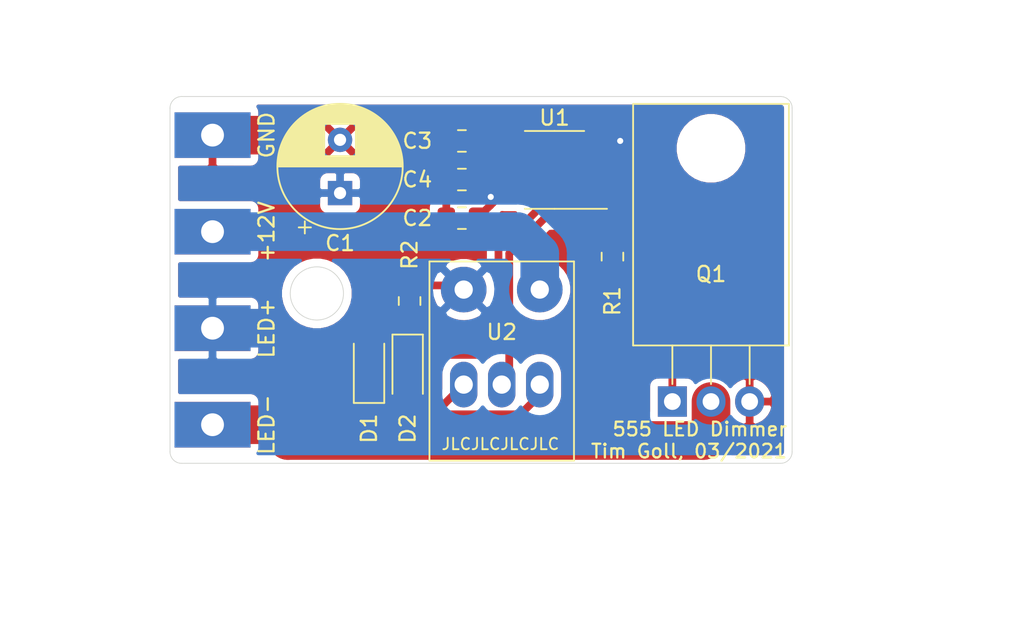
<source format=kicad_pcb>
(kicad_pcb (version 20171130) (host pcbnew "(5.1.6)-1")

  (general
    (thickness 1.6)
    (drawings 11)
    (tracks 84)
    (zones 0)
    (modules 15)
    (nets 12)
  )

  (page A4)
  (layers
    (0 F.Cu signal)
    (31 B.Cu signal)
    (32 B.Adhes user)
    (33 F.Adhes user)
    (34 B.Paste user)
    (35 F.Paste user)
    (36 B.SilkS user)
    (37 F.SilkS user)
    (38 B.Mask user)
    (39 F.Mask user)
    (40 Dwgs.User user)
    (41 Cmts.User user)
    (42 Eco1.User user)
    (43 Eco2.User user)
    (44 Edge.Cuts user)
    (45 Margin user)
    (46 B.CrtYd user)
    (47 F.CrtYd user)
    (48 B.Fab user)
    (49 F.Fab user)
  )

  (setup
    (last_trace_width 0.25)
    (user_trace_width 0.254)
    (user_trace_width 0.381)
    (user_trace_width 0.508)
    (user_trace_width 0.635)
    (user_trace_width 1.27)
    (user_trace_width 2.54)
    (trace_clearance 0.2)
    (zone_clearance 0.508)
    (zone_45_only no)
    (trace_min 0.127)
    (via_size 0.8)
    (via_drill 0.4)
    (via_min_size 0.3048)
    (via_min_drill 0.3)
    (user_via 0.6 0.3)
    (user_via 0.8 0.4)
    (uvia_size 0.3)
    (uvia_drill 0.1)
    (uvias_allowed no)
    (uvia_min_size 0.2)
    (uvia_min_drill 0.1)
    (edge_width 0.05)
    (segment_width 0.2)
    (pcb_text_width 0.3)
    (pcb_text_size 1.5 1.5)
    (mod_edge_width 0.12)
    (mod_text_size 1 1)
    (mod_text_width 0.15)
    (pad_size 1.524 1.524)
    (pad_drill 0.762)
    (pad_to_mask_clearance 0.05)
    (aux_axis_origin 0 0)
    (visible_elements 7FFFFFFF)
    (pcbplotparams
      (layerselection 0x010f0_ffffffff)
      (usegerberextensions false)
      (usegerberattributes true)
      (usegerberadvancedattributes true)
      (creategerberjobfile true)
      (excludeedgelayer true)
      (linewidth 0.100000)
      (plotframeref false)
      (viasonmask false)
      (mode 1)
      (useauxorigin false)
      (hpglpennumber 1)
      (hpglpenspeed 20)
      (hpglpendiameter 15.000000)
      (psnegative false)
      (psa4output false)
      (plotreference true)
      (plotvalue true)
      (plotinvisibletext false)
      (padsonsilk false)
      (subtractmaskfromsilk false)
      (outputformat 1)
      (mirror false)
      (drillshape 0)
      (scaleselection 1)
      (outputdirectory "gerber/"))
  )

  (net 0 "")
  (net 1 12V_int)
  (net 2 GND)
  (net 3 "Net-(C3-Pad1)")
  (net 4 "Net-(C4-Pad1)")
  (net 5 "Net-(D1-Pad2)")
  (net 6 "Net-(D1-Pad1)")
  (net 7 "Net-(D2-Pad2)")
  (net 8 "Net-(J4-Pad1)")
  (net 9 "Net-(Q1-Pad1)")
  (net 10 "Net-(R1-Pad2)")
  (net 11 +12V)

  (net_class Default "This is the default net class."
    (clearance 0.2)
    (trace_width 0.25)
    (via_dia 0.8)
    (via_drill 0.4)
    (uvia_dia 0.3)
    (uvia_drill 0.1)
    (add_net +12V)
    (add_net 12V_int)
    (add_net GND)
    (add_net "Net-(C3-Pad1)")
    (add_net "Net-(C4-Pad1)")
    (add_net "Net-(D1-Pad1)")
    (add_net "Net-(D1-Pad2)")
    (add_net "Net-(D2-Pad2)")
    (add_net "Net-(J4-Pad1)")
    (add_net "Net-(Q1-Pad1)")
    (add_net "Net-(R1-Pad2)")
  )

  (module Package_SO:SOIC-8_3.9x4.9mm_P1.27mm (layer F.Cu) (tedit 5D9F72B1) (tstamp 6049D0DC)
    (at 73.279 148.336 180)
    (descr "SOIC, 8 Pin (JEDEC MS-012AA, https://www.analog.com/media/en/package-pcb-resources/package/pkg_pdf/soic_narrow-r/r_8.pdf), generated with kicad-footprint-generator ipc_gullwing_generator.py")
    (tags "SOIC SO")
    (path /604B5EE2)
    (attr smd)
    (fp_text reference U1 (at 0 3.429) (layer F.SilkS)
      (effects (font (size 1 1) (thickness 0.15)))
    )
    (fp_text value NE555D (at 0 3.4) (layer F.Fab)
      (effects (font (size 1 1) (thickness 0.15)))
    )
    (fp_line (start 3.7 -2.7) (end -3.7 -2.7) (layer F.CrtYd) (width 0.05))
    (fp_line (start 3.7 2.7) (end 3.7 -2.7) (layer F.CrtYd) (width 0.05))
    (fp_line (start -3.7 2.7) (end 3.7 2.7) (layer F.CrtYd) (width 0.05))
    (fp_line (start -3.7 -2.7) (end -3.7 2.7) (layer F.CrtYd) (width 0.05))
    (fp_line (start -1.95 -1.475) (end -0.975 -2.45) (layer F.Fab) (width 0.1))
    (fp_line (start -1.95 2.45) (end -1.95 -1.475) (layer F.Fab) (width 0.1))
    (fp_line (start 1.95 2.45) (end -1.95 2.45) (layer F.Fab) (width 0.1))
    (fp_line (start 1.95 -2.45) (end 1.95 2.45) (layer F.Fab) (width 0.1))
    (fp_line (start -0.975 -2.45) (end 1.95 -2.45) (layer F.Fab) (width 0.1))
    (fp_line (start 0 -2.56) (end -3.45 -2.56) (layer F.SilkS) (width 0.12))
    (fp_line (start 0 -2.56) (end 1.95 -2.56) (layer F.SilkS) (width 0.12))
    (fp_line (start 0 2.56) (end -1.95 2.56) (layer F.SilkS) (width 0.12))
    (fp_line (start 0 2.56) (end 1.95 2.56) (layer F.SilkS) (width 0.12))
    (fp_text user %R (at 0 0) (layer F.Fab)
      (effects (font (size 0.98 0.98) (thickness 0.15)))
    )
    (pad 1 smd roundrect (at -2.475 -1.905 180) (size 1.95 0.6) (layers F.Cu F.Paste F.Mask) (roundrect_rratio 0.25)
      (net 2 GND))
    (pad 2 smd roundrect (at -2.475 -0.635 180) (size 1.95 0.6) (layers F.Cu F.Paste F.Mask) (roundrect_rratio 0.25)
      (net 4 "Net-(C4-Pad1)"))
    (pad 3 smd roundrect (at -2.475 0.635 180) (size 1.95 0.6) (layers F.Cu F.Paste F.Mask) (roundrect_rratio 0.25)
      (net 10 "Net-(R1-Pad2)"))
    (pad 4 smd roundrect (at -2.475 1.905 180) (size 1.95 0.6) (layers F.Cu F.Paste F.Mask) (roundrect_rratio 0.25)
      (net 1 12V_int))
    (pad 5 smd roundrect (at 2.475 1.905 180) (size 1.95 0.6) (layers F.Cu F.Paste F.Mask) (roundrect_rratio 0.25)
      (net 3 "Net-(C3-Pad1)"))
    (pad 6 smd roundrect (at 2.475 0.635 180) (size 1.95 0.6) (layers F.Cu F.Paste F.Mask) (roundrect_rratio 0.25)
      (net 4 "Net-(C4-Pad1)"))
    (pad 7 smd roundrect (at 2.475 -0.635 180) (size 1.95 0.6) (layers F.Cu F.Paste F.Mask) (roundrect_rratio 0.25)
      (net 5 "Net-(D1-Pad2)"))
    (pad 8 smd roundrect (at 2.475 -1.905 180) (size 1.95 0.6) (layers F.Cu F.Paste F.Mask) (roundrect_rratio 0.25)
      (net 1 12V_int))
    (model ${KISYS3DMOD}/Package_SO.3dshapes/SOIC-8_3.9x4.9mm_P1.27mm.wrl
      (at (xyz 0 0 0))
      (scale (xyz 1 1 1))
      (rotate (xyz 0 0 0))
    )
  )

  (module Capacitor_THT:CP_Radial_D8.0mm_P3.50mm (layer F.Cu) (tedit 5AE50EF0) (tstamp 6049B999)
    (at 59.182 149.86 90)
    (descr "CP, Radial series, Radial, pin pitch=3.50mm, , diameter=8mm, Electrolytic Capacitor")
    (tags "CP Radial series Radial pin pitch 3.50mm  diameter 8mm Electrolytic Capacitor")
    (path /604BB8F4)
    (fp_text reference C1 (at -3.302 0 180) (layer F.SilkS)
      (effects (font (size 1 1) (thickness 0.15)))
    )
    (fp_text value 470u (at 1.75 5.25 90) (layer F.Fab)
      (effects (font (size 1 1) (thickness 0.15)))
    )
    (fp_line (start -2.259698 -2.715) (end -2.259698 -1.915) (layer F.SilkS) (width 0.12))
    (fp_line (start -2.659698 -2.315) (end -1.859698 -2.315) (layer F.SilkS) (width 0.12))
    (fp_line (start 5.831 -0.533) (end 5.831 0.533) (layer F.SilkS) (width 0.12))
    (fp_line (start 5.791 -0.768) (end 5.791 0.768) (layer F.SilkS) (width 0.12))
    (fp_line (start 5.751 -0.948) (end 5.751 0.948) (layer F.SilkS) (width 0.12))
    (fp_line (start 5.711 -1.098) (end 5.711 1.098) (layer F.SilkS) (width 0.12))
    (fp_line (start 5.671 -1.229) (end 5.671 1.229) (layer F.SilkS) (width 0.12))
    (fp_line (start 5.631 -1.346) (end 5.631 1.346) (layer F.SilkS) (width 0.12))
    (fp_line (start 5.591 -1.453) (end 5.591 1.453) (layer F.SilkS) (width 0.12))
    (fp_line (start 5.551 -1.552) (end 5.551 1.552) (layer F.SilkS) (width 0.12))
    (fp_line (start 5.511 -1.645) (end 5.511 1.645) (layer F.SilkS) (width 0.12))
    (fp_line (start 5.471 -1.731) (end 5.471 1.731) (layer F.SilkS) (width 0.12))
    (fp_line (start 5.431 -1.813) (end 5.431 1.813) (layer F.SilkS) (width 0.12))
    (fp_line (start 5.391 -1.89) (end 5.391 1.89) (layer F.SilkS) (width 0.12))
    (fp_line (start 5.351 -1.964) (end 5.351 1.964) (layer F.SilkS) (width 0.12))
    (fp_line (start 5.311 -2.034) (end 5.311 2.034) (layer F.SilkS) (width 0.12))
    (fp_line (start 5.271 -2.102) (end 5.271 2.102) (layer F.SilkS) (width 0.12))
    (fp_line (start 5.231 -2.166) (end 5.231 2.166) (layer F.SilkS) (width 0.12))
    (fp_line (start 5.191 -2.228) (end 5.191 2.228) (layer F.SilkS) (width 0.12))
    (fp_line (start 5.151 -2.287) (end 5.151 2.287) (layer F.SilkS) (width 0.12))
    (fp_line (start 5.111 -2.345) (end 5.111 2.345) (layer F.SilkS) (width 0.12))
    (fp_line (start 5.071 -2.4) (end 5.071 2.4) (layer F.SilkS) (width 0.12))
    (fp_line (start 5.031 -2.454) (end 5.031 2.454) (layer F.SilkS) (width 0.12))
    (fp_line (start 4.991 -2.505) (end 4.991 2.505) (layer F.SilkS) (width 0.12))
    (fp_line (start 4.951 -2.556) (end 4.951 2.556) (layer F.SilkS) (width 0.12))
    (fp_line (start 4.911 -2.604) (end 4.911 2.604) (layer F.SilkS) (width 0.12))
    (fp_line (start 4.871 -2.651) (end 4.871 2.651) (layer F.SilkS) (width 0.12))
    (fp_line (start 4.831 -2.697) (end 4.831 2.697) (layer F.SilkS) (width 0.12))
    (fp_line (start 4.791 -2.741) (end 4.791 2.741) (layer F.SilkS) (width 0.12))
    (fp_line (start 4.751 -2.784) (end 4.751 2.784) (layer F.SilkS) (width 0.12))
    (fp_line (start 4.711 -2.826) (end 4.711 2.826) (layer F.SilkS) (width 0.12))
    (fp_line (start 4.671 -2.867) (end 4.671 2.867) (layer F.SilkS) (width 0.12))
    (fp_line (start 4.631 -2.907) (end 4.631 2.907) (layer F.SilkS) (width 0.12))
    (fp_line (start 4.591 -2.945) (end 4.591 2.945) (layer F.SilkS) (width 0.12))
    (fp_line (start 4.551 -2.983) (end 4.551 2.983) (layer F.SilkS) (width 0.12))
    (fp_line (start 4.511 1.04) (end 4.511 3.019) (layer F.SilkS) (width 0.12))
    (fp_line (start 4.511 -3.019) (end 4.511 -1.04) (layer F.SilkS) (width 0.12))
    (fp_line (start 4.471 1.04) (end 4.471 3.055) (layer F.SilkS) (width 0.12))
    (fp_line (start 4.471 -3.055) (end 4.471 -1.04) (layer F.SilkS) (width 0.12))
    (fp_line (start 4.431 1.04) (end 4.431 3.09) (layer F.SilkS) (width 0.12))
    (fp_line (start 4.431 -3.09) (end 4.431 -1.04) (layer F.SilkS) (width 0.12))
    (fp_line (start 4.391 1.04) (end 4.391 3.124) (layer F.SilkS) (width 0.12))
    (fp_line (start 4.391 -3.124) (end 4.391 -1.04) (layer F.SilkS) (width 0.12))
    (fp_line (start 4.351 1.04) (end 4.351 3.156) (layer F.SilkS) (width 0.12))
    (fp_line (start 4.351 -3.156) (end 4.351 -1.04) (layer F.SilkS) (width 0.12))
    (fp_line (start 4.311 1.04) (end 4.311 3.189) (layer F.SilkS) (width 0.12))
    (fp_line (start 4.311 -3.189) (end 4.311 -1.04) (layer F.SilkS) (width 0.12))
    (fp_line (start 4.271 1.04) (end 4.271 3.22) (layer F.SilkS) (width 0.12))
    (fp_line (start 4.271 -3.22) (end 4.271 -1.04) (layer F.SilkS) (width 0.12))
    (fp_line (start 4.231 1.04) (end 4.231 3.25) (layer F.SilkS) (width 0.12))
    (fp_line (start 4.231 -3.25) (end 4.231 -1.04) (layer F.SilkS) (width 0.12))
    (fp_line (start 4.191 1.04) (end 4.191 3.28) (layer F.SilkS) (width 0.12))
    (fp_line (start 4.191 -3.28) (end 4.191 -1.04) (layer F.SilkS) (width 0.12))
    (fp_line (start 4.151 1.04) (end 4.151 3.309) (layer F.SilkS) (width 0.12))
    (fp_line (start 4.151 -3.309) (end 4.151 -1.04) (layer F.SilkS) (width 0.12))
    (fp_line (start 4.111 1.04) (end 4.111 3.338) (layer F.SilkS) (width 0.12))
    (fp_line (start 4.111 -3.338) (end 4.111 -1.04) (layer F.SilkS) (width 0.12))
    (fp_line (start 4.071 1.04) (end 4.071 3.365) (layer F.SilkS) (width 0.12))
    (fp_line (start 4.071 -3.365) (end 4.071 -1.04) (layer F.SilkS) (width 0.12))
    (fp_line (start 4.031 1.04) (end 4.031 3.392) (layer F.SilkS) (width 0.12))
    (fp_line (start 4.031 -3.392) (end 4.031 -1.04) (layer F.SilkS) (width 0.12))
    (fp_line (start 3.991 1.04) (end 3.991 3.418) (layer F.SilkS) (width 0.12))
    (fp_line (start 3.991 -3.418) (end 3.991 -1.04) (layer F.SilkS) (width 0.12))
    (fp_line (start 3.951 1.04) (end 3.951 3.444) (layer F.SilkS) (width 0.12))
    (fp_line (start 3.951 -3.444) (end 3.951 -1.04) (layer F.SilkS) (width 0.12))
    (fp_line (start 3.911 1.04) (end 3.911 3.469) (layer F.SilkS) (width 0.12))
    (fp_line (start 3.911 -3.469) (end 3.911 -1.04) (layer F.SilkS) (width 0.12))
    (fp_line (start 3.871 1.04) (end 3.871 3.493) (layer F.SilkS) (width 0.12))
    (fp_line (start 3.871 -3.493) (end 3.871 -1.04) (layer F.SilkS) (width 0.12))
    (fp_line (start 3.831 1.04) (end 3.831 3.517) (layer F.SilkS) (width 0.12))
    (fp_line (start 3.831 -3.517) (end 3.831 -1.04) (layer F.SilkS) (width 0.12))
    (fp_line (start 3.791 1.04) (end 3.791 3.54) (layer F.SilkS) (width 0.12))
    (fp_line (start 3.791 -3.54) (end 3.791 -1.04) (layer F.SilkS) (width 0.12))
    (fp_line (start 3.751 1.04) (end 3.751 3.562) (layer F.SilkS) (width 0.12))
    (fp_line (start 3.751 -3.562) (end 3.751 -1.04) (layer F.SilkS) (width 0.12))
    (fp_line (start 3.711 1.04) (end 3.711 3.584) (layer F.SilkS) (width 0.12))
    (fp_line (start 3.711 -3.584) (end 3.711 -1.04) (layer F.SilkS) (width 0.12))
    (fp_line (start 3.671 1.04) (end 3.671 3.606) (layer F.SilkS) (width 0.12))
    (fp_line (start 3.671 -3.606) (end 3.671 -1.04) (layer F.SilkS) (width 0.12))
    (fp_line (start 3.631 1.04) (end 3.631 3.627) (layer F.SilkS) (width 0.12))
    (fp_line (start 3.631 -3.627) (end 3.631 -1.04) (layer F.SilkS) (width 0.12))
    (fp_line (start 3.591 1.04) (end 3.591 3.647) (layer F.SilkS) (width 0.12))
    (fp_line (start 3.591 -3.647) (end 3.591 -1.04) (layer F.SilkS) (width 0.12))
    (fp_line (start 3.551 1.04) (end 3.551 3.666) (layer F.SilkS) (width 0.12))
    (fp_line (start 3.551 -3.666) (end 3.551 -1.04) (layer F.SilkS) (width 0.12))
    (fp_line (start 3.511 1.04) (end 3.511 3.686) (layer F.SilkS) (width 0.12))
    (fp_line (start 3.511 -3.686) (end 3.511 -1.04) (layer F.SilkS) (width 0.12))
    (fp_line (start 3.471 1.04) (end 3.471 3.704) (layer F.SilkS) (width 0.12))
    (fp_line (start 3.471 -3.704) (end 3.471 -1.04) (layer F.SilkS) (width 0.12))
    (fp_line (start 3.431 1.04) (end 3.431 3.722) (layer F.SilkS) (width 0.12))
    (fp_line (start 3.431 -3.722) (end 3.431 -1.04) (layer F.SilkS) (width 0.12))
    (fp_line (start 3.391 1.04) (end 3.391 3.74) (layer F.SilkS) (width 0.12))
    (fp_line (start 3.391 -3.74) (end 3.391 -1.04) (layer F.SilkS) (width 0.12))
    (fp_line (start 3.351 1.04) (end 3.351 3.757) (layer F.SilkS) (width 0.12))
    (fp_line (start 3.351 -3.757) (end 3.351 -1.04) (layer F.SilkS) (width 0.12))
    (fp_line (start 3.311 1.04) (end 3.311 3.774) (layer F.SilkS) (width 0.12))
    (fp_line (start 3.311 -3.774) (end 3.311 -1.04) (layer F.SilkS) (width 0.12))
    (fp_line (start 3.271 1.04) (end 3.271 3.79) (layer F.SilkS) (width 0.12))
    (fp_line (start 3.271 -3.79) (end 3.271 -1.04) (layer F.SilkS) (width 0.12))
    (fp_line (start 3.231 1.04) (end 3.231 3.805) (layer F.SilkS) (width 0.12))
    (fp_line (start 3.231 -3.805) (end 3.231 -1.04) (layer F.SilkS) (width 0.12))
    (fp_line (start 3.191 1.04) (end 3.191 3.821) (layer F.SilkS) (width 0.12))
    (fp_line (start 3.191 -3.821) (end 3.191 -1.04) (layer F.SilkS) (width 0.12))
    (fp_line (start 3.151 1.04) (end 3.151 3.835) (layer F.SilkS) (width 0.12))
    (fp_line (start 3.151 -3.835) (end 3.151 -1.04) (layer F.SilkS) (width 0.12))
    (fp_line (start 3.111 1.04) (end 3.111 3.85) (layer F.SilkS) (width 0.12))
    (fp_line (start 3.111 -3.85) (end 3.111 -1.04) (layer F.SilkS) (width 0.12))
    (fp_line (start 3.071 1.04) (end 3.071 3.863) (layer F.SilkS) (width 0.12))
    (fp_line (start 3.071 -3.863) (end 3.071 -1.04) (layer F.SilkS) (width 0.12))
    (fp_line (start 3.031 1.04) (end 3.031 3.877) (layer F.SilkS) (width 0.12))
    (fp_line (start 3.031 -3.877) (end 3.031 -1.04) (layer F.SilkS) (width 0.12))
    (fp_line (start 2.991 1.04) (end 2.991 3.889) (layer F.SilkS) (width 0.12))
    (fp_line (start 2.991 -3.889) (end 2.991 -1.04) (layer F.SilkS) (width 0.12))
    (fp_line (start 2.951 1.04) (end 2.951 3.902) (layer F.SilkS) (width 0.12))
    (fp_line (start 2.951 -3.902) (end 2.951 -1.04) (layer F.SilkS) (width 0.12))
    (fp_line (start 2.911 1.04) (end 2.911 3.914) (layer F.SilkS) (width 0.12))
    (fp_line (start 2.911 -3.914) (end 2.911 -1.04) (layer F.SilkS) (width 0.12))
    (fp_line (start 2.871 1.04) (end 2.871 3.925) (layer F.SilkS) (width 0.12))
    (fp_line (start 2.871 -3.925) (end 2.871 -1.04) (layer F.SilkS) (width 0.12))
    (fp_line (start 2.831 1.04) (end 2.831 3.936) (layer F.SilkS) (width 0.12))
    (fp_line (start 2.831 -3.936) (end 2.831 -1.04) (layer F.SilkS) (width 0.12))
    (fp_line (start 2.791 1.04) (end 2.791 3.947) (layer F.SilkS) (width 0.12))
    (fp_line (start 2.791 -3.947) (end 2.791 -1.04) (layer F.SilkS) (width 0.12))
    (fp_line (start 2.751 1.04) (end 2.751 3.957) (layer F.SilkS) (width 0.12))
    (fp_line (start 2.751 -3.957) (end 2.751 -1.04) (layer F.SilkS) (width 0.12))
    (fp_line (start 2.711 1.04) (end 2.711 3.967) (layer F.SilkS) (width 0.12))
    (fp_line (start 2.711 -3.967) (end 2.711 -1.04) (layer F.SilkS) (width 0.12))
    (fp_line (start 2.671 1.04) (end 2.671 3.976) (layer F.SilkS) (width 0.12))
    (fp_line (start 2.671 -3.976) (end 2.671 -1.04) (layer F.SilkS) (width 0.12))
    (fp_line (start 2.631 1.04) (end 2.631 3.985) (layer F.SilkS) (width 0.12))
    (fp_line (start 2.631 -3.985) (end 2.631 -1.04) (layer F.SilkS) (width 0.12))
    (fp_line (start 2.591 1.04) (end 2.591 3.994) (layer F.SilkS) (width 0.12))
    (fp_line (start 2.591 -3.994) (end 2.591 -1.04) (layer F.SilkS) (width 0.12))
    (fp_line (start 2.551 1.04) (end 2.551 4.002) (layer F.SilkS) (width 0.12))
    (fp_line (start 2.551 -4.002) (end 2.551 -1.04) (layer F.SilkS) (width 0.12))
    (fp_line (start 2.511 1.04) (end 2.511 4.01) (layer F.SilkS) (width 0.12))
    (fp_line (start 2.511 -4.01) (end 2.511 -1.04) (layer F.SilkS) (width 0.12))
    (fp_line (start 2.471 1.04) (end 2.471 4.017) (layer F.SilkS) (width 0.12))
    (fp_line (start 2.471 -4.017) (end 2.471 -1.04) (layer F.SilkS) (width 0.12))
    (fp_line (start 2.43 -4.024) (end 2.43 4.024) (layer F.SilkS) (width 0.12))
    (fp_line (start 2.39 -4.03) (end 2.39 4.03) (layer F.SilkS) (width 0.12))
    (fp_line (start 2.35 -4.037) (end 2.35 4.037) (layer F.SilkS) (width 0.12))
    (fp_line (start 2.31 -4.042) (end 2.31 4.042) (layer F.SilkS) (width 0.12))
    (fp_line (start 2.27 -4.048) (end 2.27 4.048) (layer F.SilkS) (width 0.12))
    (fp_line (start 2.23 -4.052) (end 2.23 4.052) (layer F.SilkS) (width 0.12))
    (fp_line (start 2.19 -4.057) (end 2.19 4.057) (layer F.SilkS) (width 0.12))
    (fp_line (start 2.15 -4.061) (end 2.15 4.061) (layer F.SilkS) (width 0.12))
    (fp_line (start 2.11 -4.065) (end 2.11 4.065) (layer F.SilkS) (width 0.12))
    (fp_line (start 2.07 -4.068) (end 2.07 4.068) (layer F.SilkS) (width 0.12))
    (fp_line (start 2.03 -4.071) (end 2.03 4.071) (layer F.SilkS) (width 0.12))
    (fp_line (start 1.99 -4.074) (end 1.99 4.074) (layer F.SilkS) (width 0.12))
    (fp_line (start 1.95 -4.076) (end 1.95 4.076) (layer F.SilkS) (width 0.12))
    (fp_line (start 1.91 -4.077) (end 1.91 4.077) (layer F.SilkS) (width 0.12))
    (fp_line (start 1.87 -4.079) (end 1.87 4.079) (layer F.SilkS) (width 0.12))
    (fp_line (start 1.83 -4.08) (end 1.83 4.08) (layer F.SilkS) (width 0.12))
    (fp_line (start 1.79 -4.08) (end 1.79 4.08) (layer F.SilkS) (width 0.12))
    (fp_line (start 1.75 -4.08) (end 1.75 4.08) (layer F.SilkS) (width 0.12))
    (fp_line (start -1.276759 -2.1475) (end -1.276759 -1.3475) (layer F.Fab) (width 0.1))
    (fp_line (start -1.676759 -1.7475) (end -0.876759 -1.7475) (layer F.Fab) (width 0.1))
    (fp_circle (center 1.75 0) (end 6 0) (layer F.CrtYd) (width 0.05))
    (fp_circle (center 1.75 0) (end 5.87 0) (layer F.SilkS) (width 0.12))
    (fp_circle (center 1.75 0) (end 5.75 0) (layer F.Fab) (width 0.1))
    (fp_text user %R (at 1.75 0 90) (layer F.Fab)
      (effects (font (size 1 1) (thickness 0.15)))
    )
    (pad 1 thru_hole rect (at 0 0 90) (size 1.6 1.6) (drill 0.8) (layers *.Cu *.Mask)
      (net 1 12V_int))
    (pad 2 thru_hole circle (at 3.5 0 90) (size 1.6 1.6) (drill 0.8) (layers *.Cu *.Mask)
      (net 2 GND))
    (model ${KISYS3DMOD}/Capacitor_THT.3dshapes/CP_Radial_D8.0mm_P3.50mm.wrl
      (at (xyz 0 0 0))
      (scale (xyz 1 1 1))
      (rotate (xyz 0 0 0))
    )
  )

  (module Capacitor_SMD:C_0805_2012Metric_Pad1.15x1.40mm_HandSolder (layer F.Cu) (tedit 5B36C52B) (tstamp 6049A5F2)
    (at 67.192 151.511 180)
    (descr "Capacitor SMD 0805 (2012 Metric), square (rectangular) end terminal, IPC_7351 nominal with elongated pad for handsoldering. (Body size source: https://docs.google.com/spreadsheets/d/1BsfQQcO9C6DZCsRaXUlFlo91Tg2WpOkGARC1WS5S8t0/edit?usp=sharing), generated with kicad-footprint-generator")
    (tags "capacitor handsolder")
    (path /604BA8C0)
    (attr smd)
    (fp_text reference C2 (at 2.93 0) (layer F.SilkS)
      (effects (font (size 1 1) (thickness 0.15)))
    )
    (fp_text value 100n (at 0 1.65) (layer F.Fab)
      (effects (font (size 1 1) (thickness 0.15)))
    )
    (fp_line (start 1.85 0.95) (end -1.85 0.95) (layer F.CrtYd) (width 0.05))
    (fp_line (start 1.85 -0.95) (end 1.85 0.95) (layer F.CrtYd) (width 0.05))
    (fp_line (start -1.85 -0.95) (end 1.85 -0.95) (layer F.CrtYd) (width 0.05))
    (fp_line (start -1.85 0.95) (end -1.85 -0.95) (layer F.CrtYd) (width 0.05))
    (fp_line (start -0.261252 0.71) (end 0.261252 0.71) (layer F.SilkS) (width 0.12))
    (fp_line (start -0.261252 -0.71) (end 0.261252 -0.71) (layer F.SilkS) (width 0.12))
    (fp_line (start 1 0.6) (end -1 0.6) (layer F.Fab) (width 0.1))
    (fp_line (start 1 -0.6) (end 1 0.6) (layer F.Fab) (width 0.1))
    (fp_line (start -1 -0.6) (end 1 -0.6) (layer F.Fab) (width 0.1))
    (fp_line (start -1 0.6) (end -1 -0.6) (layer F.Fab) (width 0.1))
    (fp_text user %R (at 0 0) (layer F.Fab)
      (effects (font (size 0.5 0.5) (thickness 0.08)))
    )
    (pad 1 smd roundrect (at -1.025 0 180) (size 1.15 1.4) (layers F.Cu F.Paste F.Mask) (roundrect_rratio 0.217391)
      (net 1 12V_int))
    (pad 2 smd roundrect (at 1.025 0 180) (size 1.15 1.4) (layers F.Cu F.Paste F.Mask) (roundrect_rratio 0.217391)
      (net 2 GND))
    (model ${KISYS3DMOD}/Capacitor_SMD.3dshapes/C_0805_2012Metric.wrl
      (at (xyz 0 0 0))
      (scale (xyz 1 1 1))
      (rotate (xyz 0 0 0))
    )
  )

  (module Capacitor_SMD:C_0805_2012Metric_Pad1.15x1.40mm_HandSolder (layer F.Cu) (tedit 5B36C52B) (tstamp 60499AF7)
    (at 67.192 146.431 180)
    (descr "Capacitor SMD 0805 (2012 Metric), square (rectangular) end terminal, IPC_7351 nominal with elongated pad for handsoldering. (Body size source: https://docs.google.com/spreadsheets/d/1BsfQQcO9C6DZCsRaXUlFlo91Tg2WpOkGARC1WS5S8t0/edit?usp=sharing), generated with kicad-footprint-generator")
    (tags "capacitor handsolder")
    (path /604CCC4B)
    (attr smd)
    (fp_text reference C3 (at 2.93 0) (layer F.SilkS)
      (effects (font (size 1 1) (thickness 0.15)))
    )
    (fp_text value 10n (at 0 1.65) (layer F.Fab)
      (effects (font (size 1 1) (thickness 0.15)))
    )
    (fp_line (start -1 0.6) (end -1 -0.6) (layer F.Fab) (width 0.1))
    (fp_line (start -1 -0.6) (end 1 -0.6) (layer F.Fab) (width 0.1))
    (fp_line (start 1 -0.6) (end 1 0.6) (layer F.Fab) (width 0.1))
    (fp_line (start 1 0.6) (end -1 0.6) (layer F.Fab) (width 0.1))
    (fp_line (start -0.261252 -0.71) (end 0.261252 -0.71) (layer F.SilkS) (width 0.12))
    (fp_line (start -0.261252 0.71) (end 0.261252 0.71) (layer F.SilkS) (width 0.12))
    (fp_line (start -1.85 0.95) (end -1.85 -0.95) (layer F.CrtYd) (width 0.05))
    (fp_line (start -1.85 -0.95) (end 1.85 -0.95) (layer F.CrtYd) (width 0.05))
    (fp_line (start 1.85 -0.95) (end 1.85 0.95) (layer F.CrtYd) (width 0.05))
    (fp_line (start 1.85 0.95) (end -1.85 0.95) (layer F.CrtYd) (width 0.05))
    (fp_text user %R (at 0 0) (layer F.Fab)
      (effects (font (size 0.5 0.5) (thickness 0.08)))
    )
    (pad 2 smd roundrect (at 1.025 0 180) (size 1.15 1.4) (layers F.Cu F.Paste F.Mask) (roundrect_rratio 0.217391)
      (net 2 GND))
    (pad 1 smd roundrect (at -1.025 0 180) (size 1.15 1.4) (layers F.Cu F.Paste F.Mask) (roundrect_rratio 0.217391)
      (net 3 "Net-(C3-Pad1)"))
    (model ${KISYS3DMOD}/Capacitor_SMD.3dshapes/C_0805_2012Metric.wrl
      (at (xyz 0 0 0))
      (scale (xyz 1 1 1))
      (rotate (xyz 0 0 0))
    )
  )

  (module Capacitor_SMD:C_0805_2012Metric_Pad1.15x1.40mm_HandSolder (layer F.Cu) (tedit 5B36C52B) (tstamp 60499B08)
    (at 67.192 148.971 180)
    (descr "Capacitor SMD 0805 (2012 Metric), square (rectangular) end terminal, IPC_7351 nominal with elongated pad for handsoldering. (Body size source: https://docs.google.com/spreadsheets/d/1BsfQQcO9C6DZCsRaXUlFlo91Tg2WpOkGARC1WS5S8t0/edit?usp=sharing), generated with kicad-footprint-generator")
    (tags "capacitor handsolder")
    (path /604CFF5A)
    (attr smd)
    (fp_text reference C4 (at 2.93 0) (layer F.SilkS)
      (effects (font (size 1 1) (thickness 0.15)))
    )
    (fp_text value 100n (at 0 1.65) (layer F.Fab)
      (effects (font (size 1 1) (thickness 0.15)))
    )
    (fp_line (start 1.85 0.95) (end -1.85 0.95) (layer F.CrtYd) (width 0.05))
    (fp_line (start 1.85 -0.95) (end 1.85 0.95) (layer F.CrtYd) (width 0.05))
    (fp_line (start -1.85 -0.95) (end 1.85 -0.95) (layer F.CrtYd) (width 0.05))
    (fp_line (start -1.85 0.95) (end -1.85 -0.95) (layer F.CrtYd) (width 0.05))
    (fp_line (start -0.261252 0.71) (end 0.261252 0.71) (layer F.SilkS) (width 0.12))
    (fp_line (start -0.261252 -0.71) (end 0.261252 -0.71) (layer F.SilkS) (width 0.12))
    (fp_line (start 1 0.6) (end -1 0.6) (layer F.Fab) (width 0.1))
    (fp_line (start 1 -0.6) (end 1 0.6) (layer F.Fab) (width 0.1))
    (fp_line (start -1 -0.6) (end 1 -0.6) (layer F.Fab) (width 0.1))
    (fp_line (start -1 0.6) (end -1 -0.6) (layer F.Fab) (width 0.1))
    (fp_text user %R (at 0 0) (layer F.Fab)
      (effects (font (size 0.5 0.5) (thickness 0.08)))
    )
    (pad 1 smd roundrect (at -1.025 0 180) (size 1.15 1.4) (layers F.Cu F.Paste F.Mask) (roundrect_rratio 0.217391)
      (net 4 "Net-(C4-Pad1)"))
    (pad 2 smd roundrect (at 1.025 0 180) (size 1.15 1.4) (layers F.Cu F.Paste F.Mask) (roundrect_rratio 0.217391)
      (net 2 GND))
    (model ${KISYS3DMOD}/Capacitor_SMD.3dshapes/C_0805_2012Metric.wrl
      (at (xyz 0 0 0))
      (scale (xyz 1 1 1))
      (rotate (xyz 0 0 0))
    )
  )

  (module Diode_SMD:D_SOD-123 (layer F.Cu) (tedit 58645DC7) (tstamp 6049DB6B)
    (at 61.087 161.418 90)
    (descr SOD-123)
    (tags SOD-123)
    (path /604DB9A0)
    (attr smd)
    (fp_text reference D1 (at -3.936 0 90) (layer F.SilkS)
      (effects (font (size 1 1) (thickness 0.15)))
    )
    (fp_text value D_Small (at 0 2.1 90) (layer F.Fab)
      (effects (font (size 1 1) (thickness 0.15)))
    )
    (fp_line (start -2.25 -1) (end -2.25 1) (layer F.SilkS) (width 0.12))
    (fp_line (start 0.25 0) (end 0.75 0) (layer F.Fab) (width 0.1))
    (fp_line (start 0.25 0.4) (end -0.35 0) (layer F.Fab) (width 0.1))
    (fp_line (start 0.25 -0.4) (end 0.25 0.4) (layer F.Fab) (width 0.1))
    (fp_line (start -0.35 0) (end 0.25 -0.4) (layer F.Fab) (width 0.1))
    (fp_line (start -0.35 0) (end -0.35 0.55) (layer F.Fab) (width 0.1))
    (fp_line (start -0.35 0) (end -0.35 -0.55) (layer F.Fab) (width 0.1))
    (fp_line (start -0.75 0) (end -0.35 0) (layer F.Fab) (width 0.1))
    (fp_line (start -1.4 0.9) (end -1.4 -0.9) (layer F.Fab) (width 0.1))
    (fp_line (start 1.4 0.9) (end -1.4 0.9) (layer F.Fab) (width 0.1))
    (fp_line (start 1.4 -0.9) (end 1.4 0.9) (layer F.Fab) (width 0.1))
    (fp_line (start -1.4 -0.9) (end 1.4 -0.9) (layer F.Fab) (width 0.1))
    (fp_line (start -2.35 -1.15) (end 2.35 -1.15) (layer F.CrtYd) (width 0.05))
    (fp_line (start 2.35 -1.15) (end 2.35 1.15) (layer F.CrtYd) (width 0.05))
    (fp_line (start 2.35 1.15) (end -2.35 1.15) (layer F.CrtYd) (width 0.05))
    (fp_line (start -2.35 -1.15) (end -2.35 1.15) (layer F.CrtYd) (width 0.05))
    (fp_line (start -2.25 1) (end 1.65 1) (layer F.SilkS) (width 0.12))
    (fp_line (start -2.25 -1) (end 1.65 -1) (layer F.SilkS) (width 0.12))
    (fp_text user %R (at 0 -2 90) (layer F.Fab)
      (effects (font (size 1 1) (thickness 0.15)))
    )
    (pad 2 smd rect (at 1.65 0 90) (size 0.9 1.2) (layers F.Cu F.Paste F.Mask)
      (net 5 "Net-(D1-Pad2)"))
    (pad 1 smd rect (at -1.65 0 90) (size 0.9 1.2) (layers F.Cu F.Paste F.Mask)
      (net 6 "Net-(D1-Pad1)"))
    (model ${KISYS3DMOD}/Diode_SMD.3dshapes/D_SOD-123.wrl
      (at (xyz 0 0 0))
      (scale (xyz 1 1 1))
      (rotate (xyz 0 0 0))
    )
  )

  (module Diode_SMD:D_SOD-123 (layer F.Cu) (tedit 58645DC7) (tstamp 6049DB23)
    (at 63.627 161.418 270)
    (descr SOD-123)
    (tags SOD-123)
    (path /604D9794)
    (attr smd)
    (fp_text reference D2 (at 3.936 0 90) (layer F.SilkS)
      (effects (font (size 1 1) (thickness 0.15)))
    )
    (fp_text value D_Small (at 0 2.1 90) (layer F.Fab)
      (effects (font (size 1 1) (thickness 0.15)))
    )
    (fp_line (start -2.25 -1) (end 1.65 -1) (layer F.SilkS) (width 0.12))
    (fp_line (start -2.25 1) (end 1.65 1) (layer F.SilkS) (width 0.12))
    (fp_line (start -2.35 -1.15) (end -2.35 1.15) (layer F.CrtYd) (width 0.05))
    (fp_line (start 2.35 1.15) (end -2.35 1.15) (layer F.CrtYd) (width 0.05))
    (fp_line (start 2.35 -1.15) (end 2.35 1.15) (layer F.CrtYd) (width 0.05))
    (fp_line (start -2.35 -1.15) (end 2.35 -1.15) (layer F.CrtYd) (width 0.05))
    (fp_line (start -1.4 -0.9) (end 1.4 -0.9) (layer F.Fab) (width 0.1))
    (fp_line (start 1.4 -0.9) (end 1.4 0.9) (layer F.Fab) (width 0.1))
    (fp_line (start 1.4 0.9) (end -1.4 0.9) (layer F.Fab) (width 0.1))
    (fp_line (start -1.4 0.9) (end -1.4 -0.9) (layer F.Fab) (width 0.1))
    (fp_line (start -0.75 0) (end -0.35 0) (layer F.Fab) (width 0.1))
    (fp_line (start -0.35 0) (end -0.35 -0.55) (layer F.Fab) (width 0.1))
    (fp_line (start -0.35 0) (end -0.35 0.55) (layer F.Fab) (width 0.1))
    (fp_line (start -0.35 0) (end 0.25 -0.4) (layer F.Fab) (width 0.1))
    (fp_line (start 0.25 -0.4) (end 0.25 0.4) (layer F.Fab) (width 0.1))
    (fp_line (start 0.25 0.4) (end -0.35 0) (layer F.Fab) (width 0.1))
    (fp_line (start 0.25 0) (end 0.75 0) (layer F.Fab) (width 0.1))
    (fp_line (start -2.25 -1) (end -2.25 1) (layer F.SilkS) (width 0.12))
    (fp_text user %R (at 0 -2 90) (layer F.Fab)
      (effects (font (size 1 1) (thickness 0.15)))
    )
    (pad 1 smd rect (at -1.65 0 270) (size 0.9 1.2) (layers F.Cu F.Paste F.Mask)
      (net 5 "Net-(D1-Pad2)"))
    (pad 2 smd rect (at 1.65 0 270) (size 0.9 1.2) (layers F.Cu F.Paste F.Mask)
      (net 7 "Net-(D2-Pad2)"))
    (model ${KISYS3DMOD}/Diode_SMD.3dshapes/D_SOD-123.wrl
      (at (xyz 0 0 0))
      (scale (xyz 1 1 1))
      (rotate (xyz 0 0 0))
    )
  )

  (module solder_pad:solder_pad_5x3 (layer F.Cu) (tedit 60493B13) (tstamp 60499B3F)
    (at 50.8 152.4 90)
    (path /604A9D27)
    (fp_text reference +12V (at 0 3.556 90) (layer F.SilkS)
      (effects (font (size 1 1) (thickness 0.15)))
    )
    (fp_text value +12V_in (at -5.08 0) (layer F.Fab)
      (effects (font (size 1 1) (thickness 0.15)))
    )
    (pad 1 thru_hole rect (at 0 0 90) (size 3 5) (drill 1.5) (layers *.Cu *.Mask)
      (net 11 +12V))
  )

  (module solder_pad:solder_pad_5x3 (layer F.Cu) (tedit 60493B13) (tstamp 60499B44)
    (at 50.8 146.05 90)
    (path /604AB28B)
    (fp_text reference GND (at 0 3.556 90) (layer F.SilkS)
      (effects (font (size 1 1) (thickness 0.15)))
    )
    (fp_text value GND_in (at -5.08 0) (layer F.Fab)
      (effects (font (size 1 1) (thickness 0.15)))
    )
    (pad 1 thru_hole rect (at 0 0 90) (size 3 5) (drill 1.5) (layers *.Cu *.Mask)
      (net 2 GND))
  )

  (module solder_pad:solder_pad_5x3 (layer F.Cu) (tedit 60493B13) (tstamp 60499B49)
    (at 50.8 158.75 90)
    (path /604AF61A)
    (fp_text reference LED+ (at 0 3.556 90) (layer F.SilkS)
      (effects (font (size 1 1) (thickness 0.15)))
    )
    (fp_text value LED+ (at -5.08 0) (layer F.Fab)
      (effects (font (size 1 1) (thickness 0.15)))
    )
    (pad 1 thru_hole rect (at 0 0 90) (size 3 5) (drill 1.5) (layers *.Cu *.Mask)
      (net 1 12V_int))
  )

  (module solder_pad:solder_pad_5x3 (layer F.Cu) (tedit 60493B13) (tstamp 60499B4E)
    (at 50.8 165.1 90)
    (path /604ACC12)
    (fp_text reference LED- (at 0 3.556 270) (layer F.SilkS)
      (effects (font (size 1 1) (thickness 0.15)))
    )
    (fp_text value LED- (at -5.08 0) (layer F.Fab)
      (effects (font (size 1 1) (thickness 0.15)))
    )
    (pad 1 thru_hole rect (at 0 0 90) (size 3 5) (drill 1.5) (layers *.Cu *.Mask)
      (net 8 "Net-(J4-Pad1)"))
  )

  (module Package_TO_SOT_THT:TO-220-3_Horizontal_TabDown (layer F.Cu) (tedit 5AC8BA0D) (tstamp 6049B10F)
    (at 81.026 163.576)
    (descr "TO-220-3, Horizontal, RM 2.54mm, see https://www.vishay.com/docs/66542/to-220-1.pdf")
    (tags "TO-220-3 Horizontal RM 2.54mm")
    (path /604E4014)
    (fp_text reference Q1 (at 2.54 -8.382) (layer F.SilkS)
      (effects (font (size 1 1) (thickness 0.15)))
    )
    (fp_text value BUZ11 (at 2.54 2) (layer F.Fab)
      (effects (font (size 1 1) (thickness 0.15)))
    )
    (fp_line (start 7.79 -19.71) (end -2.71 -19.71) (layer F.CrtYd) (width 0.05))
    (fp_line (start 7.79 1.25) (end 7.79 -19.71) (layer F.CrtYd) (width 0.05))
    (fp_line (start -2.71 1.25) (end 7.79 1.25) (layer F.CrtYd) (width 0.05))
    (fp_line (start -2.71 -19.71) (end -2.71 1.25) (layer F.CrtYd) (width 0.05))
    (fp_line (start 5.08 -3.69) (end 5.08 -1.15) (layer F.SilkS) (width 0.12))
    (fp_line (start 2.54 -3.69) (end 2.54 -1.15) (layer F.SilkS) (width 0.12))
    (fp_line (start 0 -3.69) (end 0 -1.15) (layer F.SilkS) (width 0.12))
    (fp_line (start 7.66 -19.58) (end 7.66 -3.69) (layer F.SilkS) (width 0.12))
    (fp_line (start -2.58 -19.58) (end -2.58 -3.69) (layer F.SilkS) (width 0.12))
    (fp_line (start -2.58 -19.58) (end 7.66 -19.58) (layer F.SilkS) (width 0.12))
    (fp_line (start -2.58 -3.69) (end 7.66 -3.69) (layer F.SilkS) (width 0.12))
    (fp_line (start 5.08 -3.81) (end 5.08 0) (layer F.Fab) (width 0.1))
    (fp_line (start 2.54 -3.81) (end 2.54 0) (layer F.Fab) (width 0.1))
    (fp_line (start 0 -3.81) (end 0 0) (layer F.Fab) (width 0.1))
    (fp_line (start 7.54 -3.81) (end -2.46 -3.81) (layer F.Fab) (width 0.1))
    (fp_line (start 7.54 -13.06) (end 7.54 -3.81) (layer F.Fab) (width 0.1))
    (fp_line (start -2.46 -13.06) (end 7.54 -13.06) (layer F.Fab) (width 0.1))
    (fp_line (start -2.46 -3.81) (end -2.46 -13.06) (layer F.Fab) (width 0.1))
    (fp_line (start 7.54 -13.06) (end -2.46 -13.06) (layer F.Fab) (width 0.1))
    (fp_line (start 7.54 -19.46) (end 7.54 -13.06) (layer F.Fab) (width 0.1))
    (fp_line (start -2.46 -19.46) (end 7.54 -19.46) (layer F.Fab) (width 0.1))
    (fp_line (start -2.46 -13.06) (end -2.46 -19.46) (layer F.Fab) (width 0.1))
    (fp_circle (center 2.54 -16.66) (end 4.39 -16.66) (layer F.Fab) (width 0.1))
    (fp_text user %R (at 2.54 -20.58) (layer F.Fab)
      (effects (font (size 1 1) (thickness 0.15)))
    )
    (pad "" np_thru_hole oval (at 2.54 -16.66) (size 3.5 3.5) (drill 3.5) (layers *.Cu *.Mask))
    (pad 1 thru_hole rect (at 0 0) (size 1.905 2) (drill 1.1) (layers *.Cu *.Mask)
      (net 9 "Net-(Q1-Pad1)"))
    (pad 2 thru_hole oval (at 2.54 0) (size 1.905 2) (drill 1.1) (layers *.Cu *.Mask)
      (net 8 "Net-(J4-Pad1)"))
    (pad 3 thru_hole oval (at 5.08 0) (size 1.905 2) (drill 1.1) (layers *.Cu *.Mask)
      (net 2 GND))
    (model ${KISYS3DMOD}/Package_TO_SOT_THT.3dshapes/TO-220-3_Horizontal_TabDown.wrl
      (at (xyz 0 0 0))
      (scale (xyz 1 1 1))
      (rotate (xyz 0 0 0))
    )
  )

  (module Resistor_SMD:R_0805_2012Metric_Pad1.15x1.40mm_HandSolder (layer F.Cu) (tedit 5B36C52B) (tstamp 6049D73F)
    (at 77.089 154.042 90)
    (descr "Resistor SMD 0805 (2012 Metric), square (rectangular) end terminal, IPC_7351 nominal with elongated pad for handsoldering. (Body size source: https://docs.google.com/spreadsheets/d/1BsfQQcO9C6DZCsRaXUlFlo91Tg2WpOkGARC1WS5S8t0/edit?usp=sharing), generated with kicad-footprint-generator")
    (tags "resistor handsolder")
    (path /604EC08B)
    (attr smd)
    (fp_text reference R1 (at -2.93 0 90) (layer F.SilkS)
      (effects (font (size 1 1) (thickness 0.15)))
    )
    (fp_text value 10k (at 0 1.65 90) (layer F.Fab)
      (effects (font (size 1 1) (thickness 0.15)))
    )
    (fp_line (start -1 0.6) (end -1 -0.6) (layer F.Fab) (width 0.1))
    (fp_line (start -1 -0.6) (end 1 -0.6) (layer F.Fab) (width 0.1))
    (fp_line (start 1 -0.6) (end 1 0.6) (layer F.Fab) (width 0.1))
    (fp_line (start 1 0.6) (end -1 0.6) (layer F.Fab) (width 0.1))
    (fp_line (start -0.261252 -0.71) (end 0.261252 -0.71) (layer F.SilkS) (width 0.12))
    (fp_line (start -0.261252 0.71) (end 0.261252 0.71) (layer F.SilkS) (width 0.12))
    (fp_line (start -1.85 0.95) (end -1.85 -0.95) (layer F.CrtYd) (width 0.05))
    (fp_line (start -1.85 -0.95) (end 1.85 -0.95) (layer F.CrtYd) (width 0.05))
    (fp_line (start 1.85 -0.95) (end 1.85 0.95) (layer F.CrtYd) (width 0.05))
    (fp_line (start 1.85 0.95) (end -1.85 0.95) (layer F.CrtYd) (width 0.05))
    (fp_text user %R (at 0 0 90) (layer F.Fab)
      (effects (font (size 0.5 0.5) (thickness 0.08)))
    )
    (pad 2 smd roundrect (at 1.025 0 90) (size 1.15 1.4) (layers F.Cu F.Paste F.Mask) (roundrect_rratio 0.217391)
      (net 10 "Net-(R1-Pad2)"))
    (pad 1 smd roundrect (at -1.025 0 90) (size 1.15 1.4) (layers F.Cu F.Paste F.Mask) (roundrect_rratio 0.217391)
      (net 9 "Net-(Q1-Pad1)"))
    (model ${KISYS3DMOD}/Resistor_SMD.3dshapes/R_0805_2012Metric.wrl
      (at (xyz 0 0 0))
      (scale (xyz 1 1 1))
      (rotate (xyz 0 0 0))
    )
  )

  (module Resistor_SMD:R_0805_2012Metric_Pad1.15x1.40mm_HandSolder (layer F.Cu) (tedit 5B36C52B) (tstamp 6049CCEB)
    (at 63.754 156.963 270)
    (descr "Resistor SMD 0805 (2012 Metric), square (rectangular) end terminal, IPC_7351 nominal with elongated pad for handsoldering. (Body size source: https://docs.google.com/spreadsheets/d/1BsfQQcO9C6DZCsRaXUlFlo91Tg2WpOkGARC1WS5S8t0/edit?usp=sharing), generated with kicad-footprint-generator")
    (tags "resistor handsolder")
    (path /604DDF79)
    (attr smd)
    (fp_text reference R2 (at -3.039 0 90) (layer F.SilkS)
      (effects (font (size 1 1) (thickness 0.15)))
    )
    (fp_text value 1k (at 0 1.65 90) (layer F.Fab)
      (effects (font (size 1 1) (thickness 0.15)))
    )
    (fp_line (start 1.85 0.95) (end -1.85 0.95) (layer F.CrtYd) (width 0.05))
    (fp_line (start 1.85 -0.95) (end 1.85 0.95) (layer F.CrtYd) (width 0.05))
    (fp_line (start -1.85 -0.95) (end 1.85 -0.95) (layer F.CrtYd) (width 0.05))
    (fp_line (start -1.85 0.95) (end -1.85 -0.95) (layer F.CrtYd) (width 0.05))
    (fp_line (start -0.261252 0.71) (end 0.261252 0.71) (layer F.SilkS) (width 0.12))
    (fp_line (start -0.261252 -0.71) (end 0.261252 -0.71) (layer F.SilkS) (width 0.12))
    (fp_line (start 1 0.6) (end -1 0.6) (layer F.Fab) (width 0.1))
    (fp_line (start 1 -0.6) (end 1 0.6) (layer F.Fab) (width 0.1))
    (fp_line (start -1 -0.6) (end 1 -0.6) (layer F.Fab) (width 0.1))
    (fp_line (start -1 0.6) (end -1 -0.6) (layer F.Fab) (width 0.1))
    (fp_text user %R (at 0 0 90) (layer F.Fab)
      (effects (font (size 0.5 0.5) (thickness 0.08)))
    )
    (pad 1 smd roundrect (at -1.025 0 270) (size 1.15 1.4) (layers F.Cu F.Paste F.Mask) (roundrect_rratio 0.217391)
      (net 1 12V_int))
    (pad 2 smd roundrect (at 1.025 0 270) (size 1.15 1.4) (layers F.Cu F.Paste F.Mask) (roundrect_rratio 0.217391)
      (net 5 "Net-(D1-Pad2)"))
    (model ${KISYS3DMOD}/Resistor_SMD.3dshapes/R_0805_2012Metric.wrl
      (at (xyz 0 0 0))
      (scale (xyz 1 1 1))
      (rotate (xyz 0 0 0))
    )
  )

  (module poti_switch:poti_switch_mono (layer F.Cu) (tedit 60493E9E) (tstamp 6049AE23)
    (at 69.81 156.21)
    (path /604F5FBC)
    (fp_text reference U2 (at 0 2.794) (layer F.SilkS)
      (effects (font (size 1 1) (thickness 0.15)))
    )
    (fp_text value 50k (at 0 -6.35) (layer F.Fab)
      (effects (font (size 1 1) (thickness 0.15)))
    )
    (fp_line (start 4.75 11.25) (end 4.75 -1.85) (layer F.SilkS) (width 0.12))
    (fp_line (start -4.75 11.25) (end 4.75 11.25) (layer F.SilkS) (width 0.12))
    (fp_line (start -4.75 -1.85) (end -4.75 11.25) (layer F.SilkS) (width 0.12))
    (fp_line (start 4.75 -1.85) (end -4.75 -1.85) (layer F.SilkS) (width 0.12))
    (pad 4 thru_hole circle (at -2.5 0) (size 3 3) (drill 1.2) (layers *.Cu *.Mask)
      (net 1 12V_int))
    (pad 5 thru_hole circle (at 2.5 0) (size 3 3) (drill 1.2) (layers *.Cu *.Mask)
      (net 11 +12V))
    (pad 1 thru_hole oval (at -2.5 6.25) (size 1.8 3) (drill 1.2) (layers *.Cu *.Mask)
      (net 7 "Net-(D2-Pad2)"))
    (pad 2 thru_hole oval (at 0 6.25) (size 1.8 3) (drill 1.2) (layers *.Cu *.Mask)
      (net 4 "Net-(C4-Pad1)"))
    (pad 3 thru_hole oval (at 2.5 6.25) (size 1.8 3) (drill 1.2) (layers *.Cu *.Mask)
      (net 6 "Net-(D1-Pad1)"))
  )

  (gr_text JLCJLCJLCJLC (at 73.66 166.37) (layer F.SilkS) (tstamp 6049E5EF)
    (effects (font (size 0.75 0.75) (thickness 0.12)) (justify right))
  )
  (gr_text "555 LED Dimmer\nTim Goll, 03/2021" (at 88.646 166.116) (layer F.SilkS) (tstamp 604BF6CF)
    (effects (font (size 0.9 0.9) (thickness 0.15)) (justify right))
  )
  (gr_circle (center 57.658 156.464) (end 59.408 156.464) (layer Edge.Cuts) (width 0.05))
  (gr_arc (start 88.138 144.272) (end 88.9 144.272) (angle -90) (layer Edge.Cuts) (width 0.05))
  (gr_arc (start 88.138 166.878) (end 88.138 167.64) (angle -90) (layer Edge.Cuts) (width 0.05))
  (gr_arc (start 48.768 166.878) (end 48.006 166.878) (angle -90) (layer Edge.Cuts) (width 0.05))
  (gr_arc (start 48.768 144.272) (end 48.768 143.51) (angle -90) (layer Edge.Cuts) (width 0.05))
  (gr_line (start 88.138 143.51) (end 48.768 143.51) (layer Edge.Cuts) (width 0.05))
  (gr_line (start 88.9 166.878) (end 88.9 144.272) (layer Edge.Cuts) (width 0.05))
  (gr_line (start 48.768 167.64) (end 88.138 167.64) (layer Edge.Cuts) (width 0.05))
  (gr_line (start 48.006 144.272) (end 48.006 166.878) (layer Edge.Cuts) (width 0.05))

  (via (at 77.597 146.431) (size 0.8) (drill 0.4) (layers F.Cu B.Cu) (net 1))
  (segment (start 75.754 146.431) (end 77.597 146.431) (width 0.508) (layer F.Cu) (net 1))
  (segment (start 77.597 146.431) (end 78.359 146.431) (width 0.508) (layer B.Cu) (net 1))
  (via (at 69.088 150.114) (size 0.8) (drill 0.4) (layers F.Cu B.Cu) (net 1))
  (segment (start 69.224 150.504) (end 69.215 150.495) (width 0.508) (layer F.Cu) (net 1))
  (segment (start 69.487 150.241) (end 69.224 150.504) (width 0.508) (layer F.Cu) (net 1))
  (segment (start 67.038 155.938) (end 67.31 156.21) (width 0.508) (layer F.Cu) (net 1))
  (segment (start 63.754 155.938) (end 67.038 155.938) (width 0.508) (layer F.Cu) (net 1))
  (segment (start 70.804 150.241) (end 69.487 150.241) (width 0.508) (layer F.Cu) (net 1))
  (segment (start 69.088 150.64) (end 69.024 150.704) (width 0.508) (layer F.Cu) (net 1))
  (segment (start 69.088 150.114) (end 69.088 150.64) (width 0.508) (layer F.Cu) (net 1))
  (segment (start 69.224 150.504) (end 69.024 150.704) (width 0.508) (layer F.Cu) (net 1))
  (segment (start 69.024 150.704) (end 68.217 151.511) (width 0.508) (layer F.Cu) (net 1))
  (segment (start 69.088 150.114) (end 68.58 149.606) (width 0.508) (layer B.Cu) (net 1))
  (segment (start 50.8 158.75) (end 54.102 158.75) (width 2.54) (layer B.Cu) (net 1))
  (segment (start 86.106 163.576) (end 86.106 155.448) (width 0.254) (layer F.Cu) (net 2))
  (segment (start 86.106 155.448) (end 84.582 153.924) (width 0.254) (layer F.Cu) (net 2))
  (segment (start 84.582 153.924) (end 79.375 153.924) (width 0.254) (layer F.Cu) (net 2))
  (segment (start 79.375 153.924) (end 79.248 154.051) (width 0.254) (layer F.Cu) (net 2))
  (segment (start 79.248 154.051) (end 75.565 154.051) (width 0.254) (layer F.Cu) (net 2))
  (segment (start 66.167 151.511) (end 63.246 151.511) (width 0.254) (layer F.Cu) (net 2))
  (segment (start 63.246 151.511) (end 60.579 154.178) (width 0.254) (layer F.Cu) (net 2))
  (segment (start 60.579 154.178) (end 60.579 155.448) (width 0.254) (layer F.Cu) (net 2))
  (segment (start 60.579 155.448) (end 62.103 156.972) (width 0.254) (layer F.Cu) (net 2))
  (segment (start 62.103 156.972) (end 64.77 156.972) (width 0.254) (layer F.Cu) (net 2))
  (segment (start 64.77 156.972) (end 65.786 157.988) (width 0.254) (layer F.Cu) (net 2))
  (segment (start 50.8 146.05) (end 55.88 146.05) (width 2.54) (layer F.Cu) (net 2))
  (segment (start 70.804 146.431) (end 68.217 146.431) (width 0.508) (layer F.Cu) (net 3))
  (segment (start 69.487 147.701) (end 68.217 148.971) (width 0.508) (layer F.Cu) (net 4))
  (segment (start 70.804 147.701) (end 69.487 147.701) (width 0.508) (layer F.Cu) (net 4))
  (segment (start 71.779 147.701) (end 72.97101 148.89301) (width 0.508) (layer F.Cu) (net 4))
  (segment (start 70.804 147.701) (end 71.779 147.701) (width 0.508) (layer F.Cu) (net 4))
  (segment (start 76.729 148.971) (end 77.343 149.585) (width 0.508) (layer F.Cu) (net 4))
  (segment (start 75.754 148.971) (end 76.729 148.971) (width 0.508) (layer F.Cu) (net 4))
  (segment (start 77.343 150.749) (end 77.343 151.003) (width 0.508) (layer F.Cu) (net 4))
  (segment (start 77.343 149.585) (end 77.343 150.749) (width 0.508) (layer F.Cu) (net 4))
  (segment (start 77.343 151.003) (end 76.835 151.511) (width 0.508) (layer F.Cu) (net 4))
  (segment (start 76.835 151.511) (end 73.914 151.511) (width 0.508) (layer F.Cu) (net 4))
  (segment (start 72.97101 151.45701) (end 73.025 151.511) (width 0.508) (layer F.Cu) (net 4))
  (segment (start 72.97101 150.29499) (end 72.97101 151.45701) (width 0.508) (layer F.Cu) (net 4))
  (segment (start 72.97101 148.89301) (end 72.97101 150.29499) (width 0.508) (layer F.Cu) (net 4))
  (segment (start 73.914 151.511) (end 73.025 151.511) (width 0.508) (layer F.Cu) (net 4))
  (segment (start 70.30401 161.96599) (end 69.81 162.46) (width 0.508) (layer F.Cu) (net 4))
  (segment (start 72.629276 151.511) (end 70.30401 153.836266) (width 0.508) (layer F.Cu) (net 4))
  (segment (start 70.30401 153.836266) (end 70.30401 161.96599) (width 0.508) (layer F.Cu) (net 4))
  (segment (start 73.025 151.511) (end 72.629276 151.511) (width 0.508) (layer F.Cu) (net 4))
  (segment (start 61.087 159.768) (end 63.627 159.768) (width 0.508) (layer F.Cu) (net 5) (tstamp 6049DB00))
  (segment (start 63.754 158.75) (end 62.736 159.768) (width 0.508) (layer F.Cu) (net 5))
  (segment (start 63.754 157.988) (end 63.754 158.75) (width 0.508) (layer F.Cu) (net 5))
  (segment (start 70.804 148.971) (end 71.779 148.971) (width 0.508) (layer F.Cu) (net 5))
  (segment (start 71.779 148.971) (end 72.263 149.455) (width 0.508) (layer F.Cu) (net 5))
  (segment (start 72.263 149.455) (end 72.263 150.876) (width 0.508) (layer F.Cu) (net 5))
  (segment (start 72.263 150.876) (end 69.596 153.543) (width 0.508) (layer F.Cu) (net 5))
  (segment (start 69.596 158.242) (end 69.596 159.766) (width 0.508) (layer F.Cu) (net 5))
  (segment (start 69.596 153.543) (end 69.596 158.242) (width 0.508) (layer F.Cu) (net 5))
  (segment (start 69.596 159.766) (end 68.85601 160.50599) (width 0.508) (layer F.Cu) (net 5))
  (segment (start 68.85601 160.50599) (end 64.41101 160.50599) (width 0.508) (layer F.Cu) (net 5))
  (segment (start 63.67302 159.768) (end 63.627 159.768) (width 0.508) (layer F.Cu) (net 5))
  (segment (start 64.41101 160.50599) (end 63.67302 159.768) (width 0.508) (layer F.Cu) (net 5))
  (segment (start 71.04399 164.41401) (end 72.31 163.148) (width 0.508) (layer F.Cu) (net 6))
  (segment (start 72.31 163.148) (end 72.31 162.46) (width 0.508) (layer F.Cu) (net 6))
  (segment (start 61.087 163.068) (end 61.087 163.576) (width 0.508) (layer F.Cu) (net 6))
  (segment (start 61.087 163.576) (end 61.92501 164.41401) (width 0.508) (layer F.Cu) (net 6))
  (segment (start 61.92501 164.41401) (end 71.04399 164.41401) (width 0.508) (layer F.Cu) (net 6))
  (segment (start 64.138 163.706) (end 66.064 163.706) (width 0.508) (layer F.Cu) (net 7))
  (segment (start 63.627 163.068) (end 63.627 163.195) (width 0.508) (layer F.Cu) (net 7))
  (segment (start 66.064 163.706) (end 67.31 162.46) (width 0.508) (layer F.Cu) (net 7))
  (segment (start 63.627 163.195) (end 64.138 163.706) (width 0.508) (layer F.Cu) (net 7))
  (segment (start 83.566 165.634502) (end 83.566 163.576) (width 2.54) (layer F.Cu) (net 8))
  (segment (start 83.062482 166.13802) (end 83.566 165.634502) (width 2.54) (layer F.Cu) (net 8))
  (segment (start 55.749902 166.13802) (end 83.062482 166.13802) (width 2.54) (layer F.Cu) (net 8))
  (segment (start 50.8 165.1) (end 54.711882 165.1) (width 2.54) (layer F.Cu) (net 8))
  (segment (start 54.711882 165.1) (end 55.749902 166.13802) (width 2.54) (layer F.Cu) (net 8))
  (segment (start 77.089 155.067) (end 79.883 155.067) (width 0.508) (layer F.Cu) (net 9))
  (segment (start 81.026 156.21) (end 81.026 163.576) (width 0.508) (layer F.Cu) (net 9))
  (segment (start 79.883 155.067) (end 81.026 156.21) (width 0.508) (layer F.Cu) (net 9))
  (segment (start 76.729 147.701) (end 78.105 149.077) (width 0.508) (layer F.Cu) (net 10))
  (segment (start 75.754 147.701) (end 76.729 147.701) (width 0.508) (layer F.Cu) (net 10))
  (segment (start 78.105 149.077) (end 78.105 151.892) (width 0.508) (layer F.Cu) (net 10))
  (segment (start 77.089 152.908) (end 78.105 151.892) (width 0.508) (layer F.Cu) (net 10))
  (segment (start 77.089 153.017) (end 77.089 152.908) (width 0.508) (layer F.Cu) (net 10))
  (segment (start 50.8 152.4) (end 70.866 152.4) (width 2.54) (layer B.Cu) (net 11))
  (segment (start 72.31 153.844) (end 72.31 156.21) (width 2.54) (layer B.Cu) (net 11))
  (segment (start 70.866 152.4) (end 72.31 153.844) (width 2.54) (layer B.Cu) (net 11))

  (zone (net 1) (net_name 12V_int) (layer B.Cu) (tstamp 606DD590) (hatch edge 0.508)
    (connect_pads (clearance 0.508))
    (min_thickness 0.254)
    (fill yes (arc_segments 32) (thermal_gap 0.508) (thermal_bridge_width 0.508))
    (polygon
      (pts
        (xy 102.87 176.53) (xy 36.83 177.8) (xy 40.64 138.43) (xy 102.87 138.43)
      )
    )
    (filled_polygon
      (pts
        (xy 88.157197 144.175047) (xy 88.175662 144.180622) (xy 88.192694 144.189678) (xy 88.207643 144.20187) (xy 88.219938 144.216732)
        (xy 88.229111 144.233696) (xy 88.234817 144.252129) (xy 88.240001 144.301455) (xy 88.24 166.845723) (xy 88.234953 166.897195)
        (xy 88.229377 166.915663) (xy 88.220322 166.932693) (xy 88.208129 166.947643) (xy 88.193266 166.959939) (xy 88.176303 166.969111)
        (xy 88.157871 166.974817) (xy 88.108554 166.98) (xy 53.809605 166.98) (xy 53.830537 166.954494) (xy 53.889502 166.84418)
        (xy 53.925812 166.724482) (xy 53.938072 166.6) (xy 53.938072 163.6) (xy 53.925812 163.475518) (xy 53.889502 163.35582)
        (xy 53.830537 163.245506) (xy 53.751185 163.148815) (xy 53.654494 163.069463) (xy 53.54418 163.010498) (xy 53.424482 162.974188)
        (xy 53.3 162.961928) (xy 48.666 162.961928) (xy 48.666 161.784593) (xy 65.775 161.784593) (xy 65.775 163.135408)
        (xy 65.79721 163.360913) (xy 65.884983 163.650261) (xy 66.02752 163.916927) (xy 66.21934 164.150661) (xy 66.453074 164.342481)
        (xy 66.71974 164.485017) (xy 67.009088 164.57279) (xy 67.31 164.602427) (xy 67.610913 164.57279) (xy 67.900261 164.485017)
        (xy 68.166927 164.342481) (xy 68.400661 164.150661) (xy 68.560001 163.956505) (xy 68.71934 164.150661) (xy 68.953074 164.342481)
        (xy 69.21974 164.485017) (xy 69.509088 164.57279) (xy 69.81 164.602427) (xy 70.110913 164.57279) (xy 70.400261 164.485017)
        (xy 70.666927 164.342481) (xy 70.900661 164.150661) (xy 71.060001 163.956505) (xy 71.21934 164.150661) (xy 71.453074 164.342481)
        (xy 71.71974 164.485017) (xy 72.009088 164.57279) (xy 72.31 164.602427) (xy 72.610913 164.57279) (xy 72.900261 164.485017)
        (xy 73.166927 164.342481) (xy 73.400661 164.150661) (xy 73.592481 163.916927) (xy 73.735017 163.650261) (xy 73.82279 163.360913)
        (xy 73.845 163.135408) (xy 73.845 162.576) (xy 79.435428 162.576) (xy 79.435428 164.576) (xy 79.447688 164.700482)
        (xy 79.483998 164.82018) (xy 79.542963 164.930494) (xy 79.622315 165.027185) (xy 79.719006 165.106537) (xy 79.82932 165.165502)
        (xy 79.949018 165.201812) (xy 80.0735 165.214072) (xy 81.9785 165.214072) (xy 82.102982 165.201812) (xy 82.22268 165.165502)
        (xy 82.332994 165.106537) (xy 82.429685 165.027185) (xy 82.509037 164.930494) (xy 82.553905 164.846553) (xy 82.679766 164.949845)
        (xy 82.955552 165.097255) (xy 83.254797 165.18803) (xy 83.566 165.218681) (xy 83.877204 165.18803) (xy 84.176449 165.097255)
        (xy 84.452235 164.949845) (xy 84.693963 164.751463) (xy 84.836 164.578391) (xy 84.978037 164.751463) (xy 85.219766 164.949845)
        (xy 85.495552 165.097255) (xy 85.794797 165.18803) (xy 86.106 165.218681) (xy 86.417204 165.18803) (xy 86.716449 165.097255)
        (xy 86.992235 164.949845) (xy 87.233963 164.751463) (xy 87.432345 164.509734) (xy 87.579755 164.233948) (xy 87.67053 163.934703)
        (xy 87.6935 163.701485) (xy 87.6935 163.450514) (xy 87.67053 163.217296) (xy 87.579755 162.918051) (xy 87.432345 162.642265)
        (xy 87.233963 162.400537) (xy 86.992234 162.202155) (xy 86.716448 162.054745) (xy 86.417203 161.96397) (xy 86.106 161.933319)
        (xy 85.794796 161.96397) (xy 85.495551 162.054745) (xy 85.219765 162.202155) (xy 84.978037 162.400537) (xy 84.836 162.573609)
        (xy 84.693963 162.400537) (xy 84.452234 162.202155) (xy 84.176448 162.054745) (xy 83.877203 161.96397) (xy 83.566 161.933319)
        (xy 83.254796 161.96397) (xy 82.955551 162.054745) (xy 82.679765 162.202155) (xy 82.553905 162.305446) (xy 82.509037 162.221506)
        (xy 82.429685 162.124815) (xy 82.332994 162.045463) (xy 82.22268 161.986498) (xy 82.102982 161.950188) (xy 81.9785 161.937928)
        (xy 80.0735 161.937928) (xy 79.949018 161.950188) (xy 79.82932 161.986498) (xy 79.719006 162.045463) (xy 79.622315 162.124815)
        (xy 79.542963 162.221506) (xy 79.483998 162.33182) (xy 79.447688 162.451518) (xy 79.435428 162.576) (xy 73.845 162.576)
        (xy 73.845 161.784592) (xy 73.82279 161.559087) (xy 73.735017 161.269739) (xy 73.592481 161.003073) (xy 73.400661 160.769339)
        (xy 73.166926 160.577519) (xy 72.90026 160.434983) (xy 72.610912 160.34721) (xy 72.31 160.317573) (xy 72.009087 160.34721)
        (xy 71.719739 160.434983) (xy 71.453073 160.577519) (xy 71.219339 160.769339) (xy 71.06 160.963495) (xy 70.900661 160.769339)
        (xy 70.666926 160.577519) (xy 70.40026 160.434983) (xy 70.110912 160.34721) (xy 69.81 160.317573) (xy 69.509087 160.34721)
        (xy 69.219739 160.434983) (xy 68.953073 160.577519) (xy 68.719339 160.769339) (xy 68.56 160.963495) (xy 68.400661 160.769339)
        (xy 68.166926 160.577519) (xy 67.90026 160.434983) (xy 67.610912 160.34721) (xy 67.31 160.317573) (xy 67.009087 160.34721)
        (xy 66.719739 160.434983) (xy 66.453073 160.577519) (xy 66.219339 160.769339) (xy 66.027519 161.003074) (xy 65.884983 161.26974)
        (xy 65.79721 161.559088) (xy 65.775 161.784593) (xy 48.666 161.784593) (xy 48.666 160.887564) (xy 50.51425 160.885)
        (xy 50.673 160.72625) (xy 50.673 158.877) (xy 50.927 158.877) (xy 50.927 160.72625) (xy 51.08575 160.885)
        (xy 53.3 160.888072) (xy 53.424482 160.875812) (xy 53.54418 160.839502) (xy 53.654494 160.780537) (xy 53.751185 160.701185)
        (xy 53.830537 160.604494) (xy 53.889502 160.49418) (xy 53.925812 160.374482) (xy 53.938072 160.25) (xy 53.935 159.03575)
        (xy 53.77625 158.877) (xy 50.927 158.877) (xy 50.673 158.877) (xy 50.653 158.877) (xy 50.653 158.623)
        (xy 50.673 158.623) (xy 50.673 156.77375) (xy 50.927 156.77375) (xy 50.927 158.623) (xy 53.77625 158.623)
        (xy 53.935 158.46425) (xy 53.938072 157.25) (xy 53.925812 157.125518) (xy 53.889502 157.00582) (xy 53.830537 156.895506)
        (xy 53.751185 156.798815) (xy 53.654494 156.719463) (xy 53.54418 156.660498) (xy 53.424482 156.624188) (xy 53.3 156.611928)
        (xy 51.08575 156.615) (xy 50.927 156.77375) (xy 50.673 156.77375) (xy 50.51425 156.615) (xy 48.666 156.612436)
        (xy 48.666 154.538072) (xy 53.3 154.538072) (xy 53.424482 154.525812) (xy 53.54418 154.489502) (xy 53.654494 154.430537)
        (xy 53.751185 154.351185) (xy 53.789088 154.305) (xy 56.550967 154.305) (xy 56.512506 154.320931) (xy 56.116424 154.585585)
        (xy 55.779585 154.922424) (xy 55.514931 155.318506) (xy 55.332635 155.758608) (xy 55.239701 156.225818) (xy 55.239701 156.702182)
        (xy 55.332635 157.169392) (xy 55.514931 157.609494) (xy 55.779585 158.005576) (xy 56.116424 158.342415) (xy 56.512506 158.607069)
        (xy 56.952608 158.789365) (xy 57.419818 158.882299) (xy 57.896182 158.882299) (xy 58.363392 158.789365) (xy 58.803494 158.607069)
        (xy 59.199576 158.342415) (xy 59.536415 158.005576) (xy 59.73949 157.701653) (xy 65.997952 157.701653) (xy 66.153962 158.017214)
        (xy 66.528745 158.20802) (xy 66.933551 158.322044) (xy 67.352824 158.354902) (xy 67.770451 158.305334) (xy 68.170383 158.175243)
        (xy 68.466038 158.017214) (xy 68.622048 157.701653) (xy 67.31 156.389605) (xy 65.997952 157.701653) (xy 59.73949 157.701653)
        (xy 59.801069 157.609494) (xy 59.983365 157.169392) (xy 60.076299 156.702182) (xy 60.076299 156.252824) (xy 65.165098 156.252824)
        (xy 65.214666 156.670451) (xy 65.344757 157.070383) (xy 65.502786 157.366038) (xy 65.818347 157.522048) (xy 67.130395 156.21)
        (xy 67.489605 156.21) (xy 68.801653 157.522048) (xy 69.117214 157.366038) (xy 69.30802 156.991255) (xy 69.422044 156.586449)
        (xy 69.454902 156.167176) (xy 69.405334 155.749549) (xy 69.275243 155.349617) (xy 69.117214 155.053962) (xy 68.801653 154.897952)
        (xy 67.489605 156.21) (xy 67.130395 156.21) (xy 65.818347 154.897952) (xy 65.502786 155.053962) (xy 65.31198 155.428745)
        (xy 65.197956 155.833551) (xy 65.165098 156.252824) (xy 60.076299 156.252824) (xy 60.076299 156.225818) (xy 59.983365 155.758608)
        (xy 59.801069 155.318506) (xy 59.536415 154.922424) (xy 59.199576 154.585585) (xy 58.803494 154.320931) (xy 58.765033 154.305)
        (xy 66.336909 154.305) (xy 66.153962 154.402786) (xy 65.997952 154.718347) (xy 67.31 156.030395) (xy 68.622048 154.718347)
        (xy 68.466038 154.402786) (xy 68.273966 154.305) (xy 70.076924 154.305) (xy 70.405 154.633077) (xy 70.405001 155.230052)
        (xy 70.257047 155.587244) (xy 70.175 155.999721) (xy 70.175 156.420279) (xy 70.257047 156.832756) (xy 70.417988 157.221302)
        (xy 70.651637 157.570983) (xy 70.949017 157.868363) (xy 71.298698 158.102012) (xy 71.687244 158.262953) (xy 72.099721 158.345)
        (xy 72.520279 158.345) (xy 72.932756 158.262953) (xy 73.321302 158.102012) (xy 73.670983 157.868363) (xy 73.968363 157.570983)
        (xy 74.202012 157.221302) (xy 74.362953 156.832756) (xy 74.445 156.420279) (xy 74.445 155.999721) (xy 74.362953 155.587244)
        (xy 74.215 155.230054) (xy 74.215 153.937571) (xy 74.224216 153.843999) (xy 74.215 153.750427) (xy 74.215 153.750418)
        (xy 74.187436 153.470555) (xy 74.078506 153.111461) (xy 73.901613 152.780518) (xy 73.663556 152.490444) (xy 73.590865 152.430788)
        (xy 72.279219 151.119144) (xy 72.219556 151.046444) (xy 71.929482 150.808387) (xy 71.598539 150.631494) (xy 71.239445 150.522564)
        (xy 70.959582 150.495) (xy 70.95958 150.495) (xy 70.866 150.485783) (xy 70.77242 150.495) (xy 60.619086 150.495)
        (xy 60.617 150.14575) (xy 60.45825 149.987) (xy 59.309 149.987) (xy 59.309 150.007) (xy 59.055 150.007)
        (xy 59.055 149.987) (xy 57.90575 149.987) (xy 57.747 150.14575) (xy 57.744914 150.495) (xy 53.789088 150.495)
        (xy 53.751185 150.448815) (xy 53.654494 150.369463) (xy 53.54418 150.310498) (xy 53.424482 150.274188) (xy 53.3 150.261928)
        (xy 48.666 150.261928) (xy 48.666 149.06) (xy 57.743928 149.06) (xy 57.747 149.57425) (xy 57.90575 149.733)
        (xy 59.055 149.733) (xy 59.055 148.58375) (xy 59.309 148.58375) (xy 59.309 149.733) (xy 60.45825 149.733)
        (xy 60.617 149.57425) (xy 60.620072 149.06) (xy 60.607812 148.935518) (xy 60.571502 148.81582) (xy 60.512537 148.705506)
        (xy 60.433185 148.608815) (xy 60.336494 148.529463) (xy 60.22618 148.470498) (xy 60.106482 148.434188) (xy 59.982 148.421928)
        (xy 59.46775 148.425) (xy 59.309 148.58375) (xy 59.055 148.58375) (xy 58.89625 148.425) (xy 58.382 148.421928)
        (xy 58.257518 148.434188) (xy 58.13782 148.470498) (xy 58.027506 148.529463) (xy 57.930815 148.608815) (xy 57.851463 148.705506)
        (xy 57.792498 148.81582) (xy 57.756188 148.935518) (xy 57.743928 149.06) (xy 48.666 149.06) (xy 48.666 148.188072)
        (xy 53.3 148.188072) (xy 53.424482 148.175812) (xy 53.54418 148.139502) (xy 53.654494 148.080537) (xy 53.751185 148.001185)
        (xy 53.830537 147.904494) (xy 53.889502 147.79418) (xy 53.925812 147.674482) (xy 53.938072 147.55) (xy 53.938072 146.218665)
        (xy 57.747 146.218665) (xy 57.747 146.501335) (xy 57.802147 146.778574) (xy 57.91032 147.039727) (xy 58.067363 147.274759)
        (xy 58.267241 147.474637) (xy 58.502273 147.63168) (xy 58.763426 147.739853) (xy 59.040665 147.795) (xy 59.323335 147.795)
        (xy 59.600574 147.739853) (xy 59.861727 147.63168) (xy 60.096759 147.474637) (xy 60.296637 147.274759) (xy 60.45368 147.039727)
        (xy 60.561853 146.778574) (xy 60.581242 146.681098) (xy 81.181 146.681098) (xy 81.181 147.150902) (xy 81.272654 147.611679)
        (xy 81.45244 148.045721) (xy 81.71345 148.436349) (xy 82.045651 148.76855) (xy 82.436279 149.02956) (xy 82.870321 149.209346)
        (xy 83.331098 149.301) (xy 83.800902 149.301) (xy 84.261679 149.209346) (xy 84.695721 149.02956) (xy 85.086349 148.76855)
        (xy 85.41855 148.436349) (xy 85.67956 148.045721) (xy 85.859346 147.611679) (xy 85.951 147.150902) (xy 85.951 146.681098)
        (xy 85.859346 146.220321) (xy 85.67956 145.786279) (xy 85.41855 145.395651) (xy 85.086349 145.06345) (xy 84.695721 144.80244)
        (xy 84.261679 144.622654) (xy 83.800902 144.531) (xy 83.331098 144.531) (xy 82.870321 144.622654) (xy 82.436279 144.80244)
        (xy 82.045651 145.06345) (xy 81.71345 145.395651) (xy 81.45244 145.786279) (xy 81.272654 146.220321) (xy 81.181 146.681098)
        (xy 60.581242 146.681098) (xy 60.617 146.501335) (xy 60.617 146.218665) (xy 60.561853 145.941426) (xy 60.45368 145.680273)
        (xy 60.296637 145.445241) (xy 60.096759 145.245363) (xy 59.861727 145.08832) (xy 59.600574 144.980147) (xy 59.323335 144.925)
        (xy 59.040665 144.925) (xy 58.763426 144.980147) (xy 58.502273 145.08832) (xy 58.267241 145.245363) (xy 58.067363 145.445241)
        (xy 57.91032 145.680273) (xy 57.802147 145.941426) (xy 57.747 146.218665) (xy 53.938072 146.218665) (xy 53.938072 144.55)
        (xy 53.925812 144.425518) (xy 53.889502 144.30582) (xy 53.830537 144.195506) (xy 53.809605 144.17) (xy 88.105723 144.17)
      )
    )
  )
  (zone (net 2) (net_name GND) (layer F.Cu) (tstamp 606DD58D) (hatch edge 0.508)
    (connect_pads (clearance 0.508))
    (min_thickness 0.254)
    (fill yes (arc_segments 32) (thermal_gap 0.508) (thermal_bridge_width 0.508))
    (polygon
      (pts
        (xy 104.14 177.8) (xy 38.1 179.07) (xy 39.37 138.43) (xy 102.87 137.16)
      )
    )
    (filled_polygon
      (pts
        (xy 88.157197 144.175047) (xy 88.175662 144.180622) (xy 88.192694 144.189678) (xy 88.207643 144.20187) (xy 88.219938 144.216732)
        (xy 88.229111 144.233696) (xy 88.234817 144.252129) (xy 88.240001 144.301455) (xy 88.24 166.845723) (xy 88.234953 166.897195)
        (xy 88.229377 166.915663) (xy 88.220322 166.932693) (xy 88.208129 166.947643) (xy 88.193266 166.959939) (xy 88.176303 166.969111)
        (xy 88.157871 166.974817) (xy 88.108554 166.98) (xy 84.926169 166.98) (xy 85.157613 166.697984) (xy 85.334506 166.367041)
        (xy 85.443436 166.007947) (xy 85.471 165.728084) (xy 85.471 165.728082) (xy 85.480217 165.634502) (xy 85.471 165.540922)
        (xy 85.471 165.072713) (xy 85.514906 165.095571) (xy 85.73302 165.166563) (xy 85.979 165.046594) (xy 85.979 163.703)
        (xy 86.233 163.703) (xy 86.233 165.046594) (xy 86.47898 165.166563) (xy 86.697094 165.095571) (xy 86.972923 164.951969)
        (xy 87.215437 164.757315) (xy 87.415316 164.519089) (xy 87.564879 164.246446) (xy 87.658378 163.949863) (xy 87.53157 163.703)
        (xy 86.233 163.703) (xy 85.979 163.703) (xy 85.959 163.703) (xy 85.959 163.449) (xy 85.979 163.449)
        (xy 85.979 162.105406) (xy 86.233 162.105406) (xy 86.233 163.449) (xy 87.53157 163.449) (xy 87.658378 163.202137)
        (xy 87.564879 162.905554) (xy 87.415316 162.632911) (xy 87.215437 162.394685) (xy 86.972923 162.200031) (xy 86.697094 162.056429)
        (xy 86.47898 161.985437) (xy 86.233 162.105406) (xy 85.979 162.105406) (xy 85.73302 161.985437) (xy 85.514906 162.056429)
        (xy 85.239077 162.200031) (xy 85.035356 162.363547) (xy 84.919556 162.222444) (xy 84.629482 161.984387) (xy 84.298539 161.807494)
        (xy 83.939445 161.698564) (xy 83.566 161.661783) (xy 83.192556 161.698564) (xy 82.833462 161.807494) (xy 82.502519 161.984387)
        (xy 82.380546 162.084488) (xy 82.332994 162.045463) (xy 82.22268 161.986498) (xy 82.102982 161.950188) (xy 81.9785 161.937928)
        (xy 81.915 161.937928) (xy 81.915 156.253659) (xy 81.9193 156.209999) (xy 81.915 156.166334) (xy 81.915 156.166333)
        (xy 81.902136 156.035726) (xy 81.902136 156.035724) (xy 81.851302 155.868147) (xy 81.847589 155.8612) (xy 81.768753 155.713709)
        (xy 81.657659 155.578341) (xy 81.623743 155.550507) (xy 80.542499 154.469264) (xy 80.514659 154.435341) (xy 80.379291 154.324247)
        (xy 80.224851 154.241697) (xy 80.057274 154.190864) (xy 79.926667 154.178) (xy 79.92666 154.178) (xy 79.883 154.1737)
        (xy 79.83934 154.178) (xy 78.219454 154.178) (xy 78.166962 154.114038) (xy 78.079184 154.042) (xy 78.166962 153.969962)
        (xy 78.277405 153.835387) (xy 78.359472 153.681851) (xy 78.410008 153.515255) (xy 78.427072 153.342001) (xy 78.427072 152.827164)
        (xy 78.702741 152.551495) (xy 78.736659 152.523659) (xy 78.847753 152.388291) (xy 78.930303 152.233851) (xy 78.981136 152.066274)
        (xy 78.994 151.935667) (xy 78.994 151.93566) (xy 78.9983 151.892) (xy 78.994 151.84834) (xy 78.994 149.12066)
        (xy 78.9983 149.077) (xy 78.994 149.03334) (xy 78.994 149.033333) (xy 78.981136 148.902726) (xy 78.930303 148.735149)
        (xy 78.847753 148.580709) (xy 78.736659 148.445341) (xy 78.702743 148.417507) (xy 77.742559 147.457324) (xy 77.898898 147.426226)
        (xy 78.087256 147.348205) (xy 78.256774 147.234937) (xy 78.400937 147.090774) (xy 78.514205 146.921256) (xy 78.592226 146.732898)
        (xy 78.602529 146.681098) (xy 81.181 146.681098) (xy 81.181 147.150902) (xy 81.272654 147.611679) (xy 81.45244 148.045721)
        (xy 81.71345 148.436349) (xy 82.045651 148.76855) (xy 82.436279 149.02956) (xy 82.870321 149.209346) (xy 83.331098 149.301)
        (xy 83.800902 149.301) (xy 84.261679 149.209346) (xy 84.695721 149.02956) (xy 85.086349 148.76855) (xy 85.41855 148.436349)
        (xy 85.67956 148.045721) (xy 85.859346 147.611679) (xy 85.951 147.150902) (xy 85.951 146.681098) (xy 85.859346 146.220321)
        (xy 85.67956 145.786279) (xy 85.41855 145.395651) (xy 85.086349 145.06345) (xy 84.695721 144.80244) (xy 84.261679 144.622654)
        (xy 83.800902 144.531) (xy 83.331098 144.531) (xy 82.870321 144.622654) (xy 82.436279 144.80244) (xy 82.045651 145.06345)
        (xy 81.71345 145.395651) (xy 81.45244 145.786279) (xy 81.272654 146.220321) (xy 81.181 146.681098) (xy 78.602529 146.681098)
        (xy 78.632 146.532939) (xy 78.632 146.329061) (xy 78.592226 146.129102) (xy 78.514205 145.940744) (xy 78.400937 145.771226)
        (xy 78.256774 145.627063) (xy 78.087256 145.513795) (xy 77.898898 145.435774) (xy 77.698939 145.396) (xy 77.495061 145.396)
        (xy 77.295102 145.435774) (xy 77.106744 145.513795) (xy 77.064532 145.542) (xy 76.844596 145.542) (xy 76.732745 145.508071)
        (xy 76.579 145.492928) (xy 74.929 145.492928) (xy 74.775255 145.508071) (xy 74.627418 145.552916) (xy 74.491171 145.625742)
        (xy 74.371749 145.723749) (xy 74.273742 145.843171) (xy 74.200916 145.979418) (xy 74.156071 146.127255) (xy 74.140928 146.281)
        (xy 74.140928 146.581) (xy 74.156071 146.734745) (xy 74.200916 146.882582) (xy 74.273742 147.018829) (xy 74.312454 147.066)
        (xy 74.273742 147.113171) (xy 74.200916 147.249418) (xy 74.156071 147.397255) (xy 74.140928 147.551) (xy 74.140928 147.851)
        (xy 74.156071 148.004745) (xy 74.200916 148.152582) (xy 74.273742 148.288829) (xy 74.312454 148.336) (xy 74.273742 148.383171)
        (xy 74.200916 148.519418) (xy 74.156071 148.667255) (xy 74.140928 148.821) (xy 74.140928 149.121) (xy 74.156071 149.274745)
        (xy 74.200916 149.422582) (xy 74.27273 149.556936) (xy 74.248463 149.586506) (xy 74.189498 149.69682) (xy 74.153188 149.816518)
        (xy 74.140928 149.941) (xy 74.144 149.95525) (xy 74.30275 150.114) (xy 75.627 150.114) (xy 75.627 150.094)
        (xy 75.881 150.094) (xy 75.881 150.114) (xy 75.901 150.114) (xy 75.901 150.368) (xy 75.881 150.368)
        (xy 75.881 150.388) (xy 75.627 150.388) (xy 75.627 150.368) (xy 74.30275 150.368) (xy 74.144 150.52675)
        (xy 74.140928 150.541) (xy 74.148906 150.622) (xy 73.86001 150.622) (xy 73.86001 148.93667) (xy 73.86431 148.89301)
        (xy 73.86001 148.84935) (xy 73.86001 148.849343) (xy 73.847146 148.718736) (xy 73.844152 148.708864) (xy 73.83153 148.667255)
        (xy 73.796313 148.551159) (xy 73.713763 148.396719) (xy 73.66119 148.332659) (xy 73.630505 148.295269) (xy 73.630504 148.295268)
        (xy 73.602669 148.261351) (xy 73.568753 148.233517) (xy 72.438499 147.103264) (xy 72.410659 147.069341) (xy 72.304032 146.981834)
        (xy 72.357084 146.882582) (xy 72.401929 146.734745) (xy 72.417072 146.581) (xy 72.417072 146.281) (xy 72.401929 146.127255)
        (xy 72.357084 145.979418) (xy 72.284258 145.843171) (xy 72.186251 145.723749) (xy 72.066829 145.625742) (xy 71.930582 145.552916)
        (xy 71.782745 145.508071) (xy 71.629 145.492928) (xy 69.979 145.492928) (xy 69.825255 145.508071) (xy 69.713404 145.542)
        (xy 69.309476 145.542) (xy 69.280405 145.487613) (xy 69.169962 145.353038) (xy 69.035387 145.242595) (xy 68.881851 145.160528)
        (xy 68.715255 145.109992) (xy 68.542001 145.092928) (xy 67.891999 145.092928) (xy 67.718745 145.109992) (xy 67.552149 145.160528)
        (xy 67.398613 145.242595) (xy 67.264038 145.353038) (xy 67.258658 145.359594) (xy 67.193185 145.279815) (xy 67.096494 145.200463)
        (xy 66.98618 145.141498) (xy 66.866482 145.105188) (xy 66.742 145.092928) (xy 66.45275 145.096) (xy 66.294 145.25475)
        (xy 66.294 146.304) (xy 66.314 146.304) (xy 66.314 146.558) (xy 66.294 146.558) (xy 66.294 147.60725)
        (xy 66.38775 147.701) (xy 66.294 147.79475) (xy 66.294 148.844) (xy 66.314 148.844) (xy 66.314 149.098)
        (xy 66.294 149.098) (xy 66.294 150.14725) (xy 66.38775 150.241) (xy 66.294 150.33475) (xy 66.294 151.384)
        (xy 66.314 151.384) (xy 66.314 151.638) (xy 66.294 151.638) (xy 66.294 152.68725) (xy 66.45275 152.846)
        (xy 66.742 152.849072) (xy 66.866482 152.836812) (xy 66.98618 152.800502) (xy 67.096494 152.741537) (xy 67.193185 152.662185)
        (xy 67.258658 152.582406) (xy 67.264038 152.588962) (xy 67.398613 152.699405) (xy 67.552149 152.781472) (xy 67.718745 152.832008)
        (xy 67.891999 152.849072) (xy 68.542001 152.849072) (xy 68.715255 152.832008) (xy 68.881851 152.781472) (xy 69.035387 152.699405)
        (xy 69.169962 152.588962) (xy 69.280405 152.454387) (xy 69.362472 152.300851) (xy 69.413008 152.134255) (xy 69.430072 151.961001)
        (xy 69.430072 151.555163) (xy 69.685736 151.299499) (xy 69.719659 151.271659) (xy 69.747499 151.237736) (xy 69.821738 151.163497)
        (xy 69.822303 151.163034) (xy 69.825255 151.163929) (xy 69.979 151.179072) (xy 70.702692 151.179072) (xy 68.998264 152.883501)
        (xy 68.964341 152.911341) (xy 68.853247 153.04671) (xy 68.770697 153.20115) (xy 68.755924 153.249852) (xy 68.728586 153.339975)
        (xy 68.719864 153.368727) (xy 68.707 153.499334) (xy 68.707 153.49934) (xy 68.7027 153.543) (xy 68.707 153.58666)
        (xy 68.707 154.587654) (xy 68.670983 154.551637) (xy 68.321302 154.317988) (xy 67.932756 154.157047) (xy 67.520279 154.075)
        (xy 67.099721 154.075) (xy 66.687244 154.157047) (xy 66.298698 154.317988) (xy 65.949017 154.551637) (xy 65.651637 154.849017)
        (xy 65.518013 155.049) (xy 64.884454 155.049) (xy 64.831962 154.985038) (xy 64.697387 154.874595) (xy 64.543851 154.792528)
        (xy 64.377255 154.741992) (xy 64.204001 154.724928) (xy 63.303999 154.724928) (xy 63.130745 154.741992) (xy 62.964149 154.792528)
        (xy 62.810613 154.874595) (xy 62.676038 154.985038) (xy 62.565595 155.119613) (xy 62.483528 155.273149) (xy 62.432992 155.439745)
        (xy 62.415928 155.612999) (xy 62.415928 156.263001) (xy 62.432992 156.436255) (xy 62.483528 156.602851) (xy 62.565595 156.756387)
        (xy 62.676038 156.890962) (xy 62.763816 156.963) (xy 62.676038 157.035038) (xy 62.565595 157.169613) (xy 62.483528 157.323149)
        (xy 62.432992 157.489745) (xy 62.415928 157.662999) (xy 62.415928 158.313001) (xy 62.432992 158.486255) (xy 62.483528 158.652851)
        (xy 62.521978 158.724787) (xy 62.367765 158.879) (xy 62.148185 158.879) (xy 62.138185 158.866815) (xy 62.041494 158.787463)
        (xy 61.93118 158.728498) (xy 61.811482 158.692188) (xy 61.687 158.679928) (xy 60.487 158.679928) (xy 60.362518 158.692188)
        (xy 60.24282 158.728498) (xy 60.132506 158.787463) (xy 60.035815 158.866815) (xy 59.956463 158.963506) (xy 59.897498 159.07382)
        (xy 59.861188 159.193518) (xy 59.848928 159.318) (xy 59.848928 160.218) (xy 59.861188 160.342482) (xy 59.897498 160.46218)
        (xy 59.956463 160.572494) (xy 60.035815 160.669185) (xy 60.132506 160.748537) (xy 60.24282 160.807502) (xy 60.362518 160.843812)
        (xy 60.487 160.856072) (xy 61.687 160.856072) (xy 61.811482 160.843812) (xy 61.93118 160.807502) (xy 62.041494 160.748537)
        (xy 62.138185 160.669185) (xy 62.148185 160.657) (xy 62.565815 160.657) (xy 62.575815 160.669185) (xy 62.672506 160.748537)
        (xy 62.78282 160.807502) (xy 62.902518 160.843812) (xy 63.027 160.856072) (xy 63.503856 160.856072) (xy 63.751515 161.103731)
        (xy 63.779351 161.137649) (xy 63.914719 161.248743) (xy 64.069159 161.331293) (xy 64.135068 161.351286) (xy 64.236734 161.382126)
        (xy 64.269934 161.385396) (xy 64.367343 161.39499) (xy 64.367349 161.39499) (xy 64.411009 161.39929) (xy 64.454669 161.39499)
        (xy 65.846989 161.39499) (xy 65.79721 161.559088) (xy 65.775 161.784593) (xy 65.775 162.737765) (xy 65.695765 162.817)
        (xy 64.865072 162.817) (xy 64.865072 162.618) (xy 64.852812 162.493518) (xy 64.816502 162.37382) (xy 64.757537 162.263506)
        (xy 64.678185 162.166815) (xy 64.581494 162.087463) (xy 64.47118 162.028498) (xy 64.351482 161.992188) (xy 64.227 161.979928)
        (xy 63.027 161.979928) (xy 62.902518 161.992188) (xy 62.78282 162.028498) (xy 62.672506 162.087463) (xy 62.575815 162.166815)
        (xy 62.496463 162.263506) (xy 62.437498 162.37382) (xy 62.401188 162.493518) (xy 62.388928 162.618) (xy 62.388928 163.518)
        (xy 62.389618 163.52501) (xy 62.324382 163.52501) (xy 62.325072 163.518) (xy 62.325072 162.618) (xy 62.312812 162.493518)
        (xy 62.276502 162.37382) (xy 62.217537 162.263506) (xy 62.138185 162.166815) (xy 62.041494 162.087463) (xy 61.93118 162.028498)
        (xy 61.811482 161.992188) (xy 61.687 161.979928) (xy 60.487 161.979928) (xy 60.362518 161.992188) (xy 60.24282 162.028498)
        (xy 60.132506 162.087463) (xy 60.035815 162.166815) (xy 59.956463 162.263506) (xy 59.897498 162.37382) (xy 59.861188 162.493518)
        (xy 59.848928 162.618) (xy 59.848928 163.518) (xy 59.861188 163.642482) (xy 59.897498 163.76218) (xy 59.956463 163.872494)
        (xy 60.035815 163.969185) (xy 60.132506 164.048537) (xy 60.24282 164.107502) (xy 60.362518 164.143812) (xy 60.406499 164.148144)
        (xy 60.413006 164.156072) (xy 60.455342 164.207659) (xy 60.486244 164.23302) (xy 56.538977 164.23302) (xy 56.125102 163.819145)
        (xy 56.065438 163.746444) (xy 55.775364 163.508387) (xy 55.444421 163.331494) (xy 55.085327 163.222564) (xy 54.805464 163.195)
        (xy 54.805462 163.195) (xy 54.711882 163.185783) (xy 54.618302 163.195) (xy 53.789088 163.195) (xy 53.751185 163.148815)
        (xy 53.654494 163.069463) (xy 53.54418 163.010498) (xy 53.424482 162.974188) (xy 53.3 162.961928) (xy 48.666 162.961928)
        (xy 48.666 160.888072) (xy 53.3 160.888072) (xy 53.424482 160.875812) (xy 53.54418 160.839502) (xy 53.654494 160.780537)
        (xy 53.751185 160.701185) (xy 53.830537 160.604494) (xy 53.889502 160.49418) (xy 53.925812 160.374482) (xy 53.938072 160.25)
        (xy 53.938072 157.25) (xy 53.925812 157.125518) (xy 53.889502 157.00582) (xy 53.830537 156.895506) (xy 53.751185 156.798815)
        (xy 53.654494 156.719463) (xy 53.54418 156.660498) (xy 53.424482 156.624188) (xy 53.3 156.611928) (xy 48.666 156.611928)
        (xy 48.666 156.225818) (xy 55.239701 156.225818) (xy 55.239701 156.702182) (xy 55.332635 157.169392) (xy 55.514931 157.609494)
        (xy 55.779585 158.005576) (xy 56.116424 158.342415) (xy 56.512506 158.607069) (xy 56.952608 158.789365) (xy 57.419818 158.882299)
        (xy 57.896182 158.882299) (xy 58.363392 158.789365) (xy 58.803494 158.607069) (xy 59.199576 158.342415) (xy 59.536415 158.005576)
        (xy 59.801069 157.609494) (xy 59.983365 157.169392) (xy 60.076299 156.702182) (xy 60.076299 156.225818) (xy 59.983365 155.758608)
        (xy 59.801069 155.318506) (xy 59.536415 154.922424) (xy 59.199576 154.585585) (xy 58.803494 154.320931) (xy 58.363392 154.138635)
        (xy 57.896182 154.045701) (xy 57.419818 154.045701) (xy 56.952608 154.138635) (xy 56.512506 154.320931) (xy 56.116424 154.585585)
        (xy 55.779585 154.922424) (xy 55.514931 155.318506) (xy 55.332635 155.758608) (xy 55.239701 156.225818) (xy 48.666 156.225818)
        (xy 48.666 154.538072) (xy 53.3 154.538072) (xy 53.424482 154.525812) (xy 53.54418 154.489502) (xy 53.654494 154.430537)
        (xy 53.751185 154.351185) (xy 53.830537 154.254494) (xy 53.889502 154.14418) (xy 53.925812 154.024482) (xy 53.938072 153.9)
        (xy 53.938072 152.211) (xy 64.953928 152.211) (xy 64.966188 152.335482) (xy 65.002498 152.45518) (xy 65.061463 152.565494)
        (xy 65.140815 152.662185) (xy 65.237506 152.741537) (xy 65.34782 152.800502) (xy 65.467518 152.836812) (xy 65.592 152.849072)
        (xy 65.88125 152.846) (xy 66.04 152.68725) (xy 66.04 151.638) (xy 65.11575 151.638) (xy 64.957 151.79675)
        (xy 64.953928 152.211) (xy 53.938072 152.211) (xy 53.938072 150.9) (xy 53.925812 150.775518) (xy 53.889502 150.65582)
        (xy 53.830537 150.545506) (xy 53.751185 150.448815) (xy 53.654494 150.369463) (xy 53.54418 150.310498) (xy 53.424482 150.274188)
        (xy 53.3 150.261928) (xy 48.666 150.261928) (xy 48.666 149.06) (xy 57.743928 149.06) (xy 57.743928 150.66)
        (xy 57.756188 150.784482) (xy 57.792498 150.90418) (xy 57.851463 151.014494) (xy 57.930815 151.111185) (xy 58.027506 151.190537)
        (xy 58.13782 151.249502) (xy 58.257518 151.285812) (xy 58.382 151.298072) (xy 59.982 151.298072) (xy 60.106482 151.285812)
        (xy 60.22618 151.249502) (xy 60.336494 151.190537) (xy 60.433185 151.111185) (xy 60.512537 151.014494) (xy 60.571502 150.90418)
        (xy 60.607812 150.784482) (xy 60.620072 150.66) (xy 60.620072 149.671) (xy 64.953928 149.671) (xy 64.966188 149.795482)
        (xy 65.002498 149.91518) (xy 65.061463 150.025494) (xy 65.140815 150.122185) (xy 65.237506 150.201537) (xy 65.311335 150.241)
        (xy 65.237506 150.280463) (xy 65.140815 150.359815) (xy 65.061463 150.456506) (xy 65.002498 150.56682) (xy 64.966188 150.686518)
        (xy 64.953928 150.811) (xy 64.957 151.22525) (xy 65.11575 151.384) (xy 66.04 151.384) (xy 66.04 150.33475)
        (xy 65.94625 150.241) (xy 66.04 150.14725) (xy 66.04 149.098) (xy 65.11575 149.098) (xy 64.957 149.25675)
        (xy 64.953928 149.671) (xy 60.620072 149.671) (xy 60.620072 149.06) (xy 60.607812 148.935518) (xy 60.571502 148.81582)
        (xy 60.512537 148.705506) (xy 60.433185 148.608815) (xy 60.336494 148.529463) (xy 60.22618 148.470498) (xy 60.106482 148.434188)
        (xy 59.982 148.421928) (xy 58.382 148.421928) (xy 58.257518 148.434188) (xy 58.13782 148.470498) (xy 58.027506 148.529463)
        (xy 57.930815 148.608815) (xy 57.851463 148.705506) (xy 57.792498 148.81582) (xy 57.756188 148.935518) (xy 57.743928 149.06)
        (xy 48.666 149.06) (xy 48.666 148.187564) (xy 50.51425 148.185) (xy 50.673 148.02625) (xy 50.673 146.177)
        (xy 50.927 146.177) (xy 50.927 148.02625) (xy 51.08575 148.185) (xy 53.3 148.188072) (xy 53.424482 148.175812)
        (xy 53.54418 148.139502) (xy 53.654494 148.080537) (xy 53.751185 148.001185) (xy 53.830537 147.904494) (xy 53.889502 147.79418)
        (xy 53.925812 147.674482) (xy 53.938072 147.55) (xy 53.937573 147.352702) (xy 58.368903 147.352702) (xy 58.440486 147.596671)
        (xy 58.695996 147.717571) (xy 58.970184 147.7863) (xy 59.252512 147.800217) (xy 59.53213 147.758787) (xy 59.798292 147.663603)
        (xy 59.923514 147.596671) (xy 59.995097 147.352702) (xy 59.182 146.539605) (xy 58.368903 147.352702) (xy 53.937573 147.352702)
        (xy 53.93524 146.430512) (xy 57.741783 146.430512) (xy 57.783213 146.71013) (xy 57.878397 146.976292) (xy 57.945329 147.101514)
        (xy 58.189298 147.173097) (xy 59.002395 146.36) (xy 59.361605 146.36) (xy 60.174702 147.173097) (xy 60.318176 147.131)
        (xy 64.953928 147.131) (xy 64.966188 147.255482) (xy 65.002498 147.37518) (xy 65.061463 147.485494) (xy 65.140815 147.582185)
        (xy 65.237506 147.661537) (xy 65.311335 147.701) (xy 65.237506 147.740463) (xy 65.140815 147.819815) (xy 65.061463 147.916506)
        (xy 65.002498 148.02682) (xy 64.966188 148.146518) (xy 64.953928 148.271) (xy 64.957 148.68525) (xy 65.11575 148.844)
        (xy 66.04 148.844) (xy 66.04 147.79475) (xy 65.94625 147.701) (xy 66.04 147.60725) (xy 66.04 146.558)
        (xy 65.11575 146.558) (xy 64.957 146.71675) (xy 64.953928 147.131) (xy 60.318176 147.131) (xy 60.418671 147.101514)
        (xy 60.539571 146.846004) (xy 60.6083 146.571816) (xy 60.622217 146.289488) (xy 60.580787 146.00987) (xy 60.485603 145.743708)
        (xy 60.478811 145.731) (xy 64.953928 145.731) (xy 64.957 146.14525) (xy 65.11575 146.304) (xy 66.04 146.304)
        (xy 66.04 145.25475) (xy 65.88125 145.096) (xy 65.592 145.092928) (xy 65.467518 145.105188) (xy 65.34782 145.141498)
        (xy 65.237506 145.200463) (xy 65.140815 145.279815) (xy 65.061463 145.376506) (xy 65.002498 145.48682) (xy 64.966188 145.606518)
        (xy 64.953928 145.731) (xy 60.478811 145.731) (xy 60.418671 145.618486) (xy 60.174702 145.546903) (xy 59.361605 146.36)
        (xy 59.002395 146.36) (xy 58.189298 145.546903) (xy 57.945329 145.618486) (xy 57.824429 145.873996) (xy 57.7557 146.148184)
        (xy 57.741783 146.430512) (xy 53.93524 146.430512) (xy 53.935 146.33575) (xy 53.77625 146.177) (xy 50.927 146.177)
        (xy 50.673 146.177) (xy 50.653 146.177) (xy 50.653 145.923) (xy 50.673 145.923) (xy 50.673 145.903)
        (xy 50.927 145.903) (xy 50.927 145.923) (xy 53.77625 145.923) (xy 53.935 145.76425) (xy 53.936004 145.367298)
        (xy 58.368903 145.367298) (xy 59.182 146.180395) (xy 59.995097 145.367298) (xy 59.923514 145.123329) (xy 59.668004 145.002429)
        (xy 59.393816 144.9337) (xy 59.111488 144.919783) (xy 58.83187 144.961213) (xy 58.565708 145.056397) (xy 58.440486 145.123329)
        (xy 58.368903 145.367298) (xy 53.936004 145.367298) (xy 53.938072 144.55) (xy 53.925812 144.425518) (xy 53.889502 144.30582)
        (xy 53.830537 144.195506) (xy 53.809605 144.17) (xy 88.105723 144.17)
      )
    )
    (filled_polygon
      (pts
        (xy 75.767992 152.518745) (xy 75.750928 152.691999) (xy 75.750928 153.342001) (xy 75.767992 153.515255) (xy 75.818528 153.681851)
        (xy 75.900595 153.835387) (xy 76.011038 153.969962) (xy 76.098816 154.042) (xy 76.011038 154.114038) (xy 75.900595 154.248613)
        (xy 75.818528 154.402149) (xy 75.767992 154.568745) (xy 75.750928 154.741999) (xy 75.750928 155.392001) (xy 75.767992 155.565255)
        (xy 75.818528 155.731851) (xy 75.900595 155.885387) (xy 76.011038 156.019962) (xy 76.145613 156.130405) (xy 76.299149 156.212472)
        (xy 76.465745 156.263008) (xy 76.638999 156.280072) (xy 77.539001 156.280072) (xy 77.712255 156.263008) (xy 77.878851 156.212472)
        (xy 78.032387 156.130405) (xy 78.166962 156.019962) (xy 78.219454 155.956) (xy 79.514765 155.956) (xy 80.137 156.578236)
        (xy 80.137001 161.937928) (xy 80.0735 161.937928) (xy 79.949018 161.950188) (xy 79.82932 161.986498) (xy 79.719006 162.045463)
        (xy 79.622315 162.124815) (xy 79.542963 162.221506) (xy 79.483998 162.33182) (xy 79.447688 162.451518) (xy 79.435428 162.576)
        (xy 79.435428 164.23302) (xy 73.300306 164.23302) (xy 73.400661 164.150661) (xy 73.592481 163.916927) (xy 73.735017 163.650261)
        (xy 73.82279 163.360913) (xy 73.845 163.135408) (xy 73.845 161.784592) (xy 73.82279 161.559087) (xy 73.735017 161.269739)
        (xy 73.592481 161.003073) (xy 73.400661 160.769339) (xy 73.166926 160.577519) (xy 72.90026 160.434983) (xy 72.610912 160.34721)
        (xy 72.31 160.317573) (xy 72.009087 160.34721) (xy 71.719739 160.434983) (xy 71.453073 160.577519) (xy 71.219339 160.769339)
        (xy 71.19301 160.801421) (xy 71.19301 158.031394) (xy 71.298698 158.102012) (xy 71.687244 158.262953) (xy 72.099721 158.345)
        (xy 72.520279 158.345) (xy 72.932756 158.262953) (xy 73.321302 158.102012) (xy 73.670983 157.868363) (xy 73.968363 157.570983)
        (xy 74.202012 157.221302) (xy 74.362953 156.832756) (xy 74.445 156.420279) (xy 74.445 155.999721) (xy 74.362953 155.587244)
        (xy 74.202012 155.198698) (xy 73.968363 154.849017) (xy 73.670983 154.551637) (xy 73.321302 154.317988) (xy 72.932756 154.157047)
        (xy 72.520279 154.075) (xy 72.099721 154.075) (xy 71.687244 154.157047) (xy 71.298698 154.317988) (xy 71.19301 154.388606)
        (xy 71.19301 154.204501) (xy 72.996062 152.40145) (xy 73.024999 152.4043) (xy 73.068659 152.4) (xy 75.804013 152.4)
      )
    )
    (filled_polygon
      (pts
        (xy 65.257047 156.832756) (xy 65.417988 157.221302) (xy 65.651637 157.570983) (xy 65.949017 157.868363) (xy 66.298698 158.102012)
        (xy 66.687244 158.262953) (xy 67.099721 158.345) (xy 67.520279 158.345) (xy 67.932756 158.262953) (xy 68.321302 158.102012)
        (xy 68.670983 157.868363) (xy 68.707001 157.832345) (xy 68.707001 158.198324) (xy 68.707 158.198334) (xy 68.707001 159.397764)
        (xy 68.487775 159.61699) (xy 64.865072 159.61699) (xy 64.865072 159.318) (xy 64.852812 159.193518) (xy 64.816502 159.07382)
        (xy 64.771854 158.990291) (xy 64.831962 158.940962) (xy 64.942405 158.806387) (xy 65.024472 158.652851) (xy 65.075008 158.486255)
        (xy 65.092072 158.313001) (xy 65.092072 157.662999) (xy 65.075008 157.489745) (xy 65.024472 157.323149) (xy 64.942405 157.169613)
        (xy 64.831962 157.035038) (xy 64.744184 156.963) (xy 64.831962 156.890962) (xy 64.884454 156.827) (xy 65.255902 156.827)
      )
    )
  )
)

</source>
